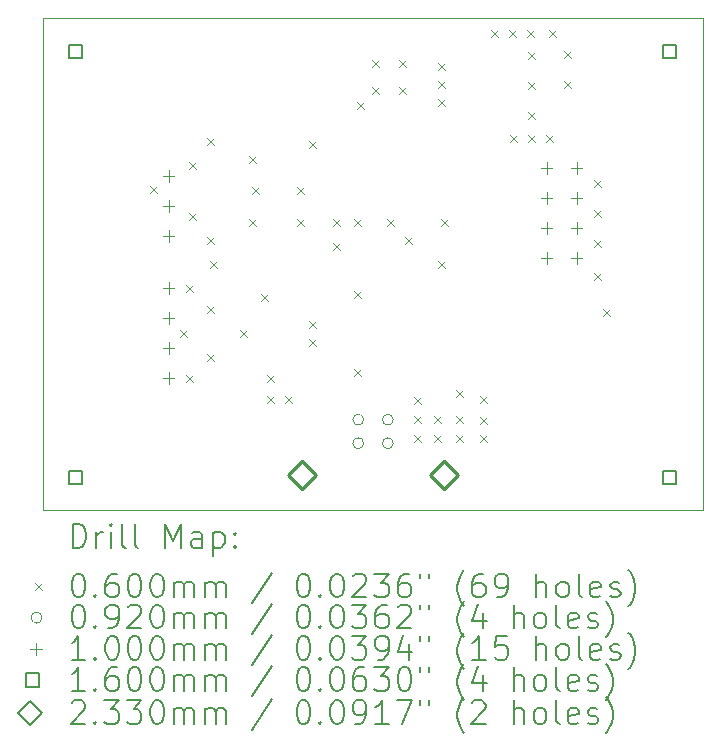
<source format=gbr>
%TF.GenerationSoftware,KiCad,Pcbnew,7.0.10*%
%TF.CreationDate,2024-03-12T12:38:01-06:00*%
%TF.ProjectId,ARXCarrierBoard,41525843-6172-4726-9965-72426f617264,rev?*%
%TF.SameCoordinates,Original*%
%TF.FileFunction,Drillmap*%
%TF.FilePolarity,Positive*%
%FSLAX45Y45*%
G04 Gerber Fmt 4.5, Leading zero omitted, Abs format (unit mm)*
G04 Created by KiCad (PCBNEW 7.0.10) date 2024-03-12 12:38:01*
%MOMM*%
%LPD*%
G01*
G04 APERTURE LIST*
%ADD10C,0.100000*%
%ADD11C,0.200000*%
%ADD12C,0.160000*%
%ADD13C,0.233000*%
G04 APERTURE END LIST*
D10*
X16789400Y-6350000D02*
X22377400Y-6350000D01*
X22377400Y-10515600D01*
X16789400Y-10515600D01*
X16789400Y-6350000D01*
D11*
D10*
X17699200Y-7767800D02*
X17759200Y-7827800D01*
X17759200Y-7767800D02*
X17699200Y-7827800D01*
X17953200Y-8987000D02*
X18013200Y-9047000D01*
X18013200Y-8987000D02*
X17953200Y-9047000D01*
X18004000Y-8606000D02*
X18064000Y-8666000D01*
X18064000Y-8606000D02*
X18004000Y-8666000D01*
X18004000Y-9368000D02*
X18064000Y-9428000D01*
X18064000Y-9368000D02*
X18004000Y-9428000D01*
X18029400Y-7564600D02*
X18089400Y-7624600D01*
X18089400Y-7564600D02*
X18029400Y-7624600D01*
X18029400Y-7996400D02*
X18089400Y-8056400D01*
X18089400Y-7996400D02*
X18029400Y-8056400D01*
X18181800Y-7361400D02*
X18241800Y-7421400D01*
X18241800Y-7361400D02*
X18181800Y-7421400D01*
X18181800Y-8199600D02*
X18241800Y-8259600D01*
X18241800Y-8199600D02*
X18181800Y-8259600D01*
X18181800Y-8783800D02*
X18241800Y-8843800D01*
X18241800Y-8783800D02*
X18181800Y-8843800D01*
X18181800Y-9190200D02*
X18241800Y-9250200D01*
X18241800Y-9190200D02*
X18181800Y-9250200D01*
X18207200Y-8402800D02*
X18267200Y-8462800D01*
X18267200Y-8402800D02*
X18207200Y-8462800D01*
X18461200Y-8987000D02*
X18521200Y-9047000D01*
X18521200Y-8987000D02*
X18461200Y-9047000D01*
X18537400Y-7513800D02*
X18597400Y-7573800D01*
X18597400Y-7513800D02*
X18537400Y-7573800D01*
X18537400Y-8047200D02*
X18597400Y-8107200D01*
X18597400Y-8047200D02*
X18537400Y-8107200D01*
X18562800Y-7780500D02*
X18622800Y-7840500D01*
X18622800Y-7780500D02*
X18562800Y-7840500D01*
X18639000Y-8682200D02*
X18699000Y-8742200D01*
X18699000Y-8682200D02*
X18639000Y-8742200D01*
X18689673Y-9368000D02*
X18749673Y-9428000D01*
X18749673Y-9368000D02*
X18689673Y-9428000D01*
X18689673Y-9545800D02*
X18749673Y-9605800D01*
X18749673Y-9545800D02*
X18689673Y-9605800D01*
X18842073Y-9545800D02*
X18902073Y-9605800D01*
X18902073Y-9545800D02*
X18842073Y-9605800D01*
X18943800Y-7780500D02*
X19003800Y-7840500D01*
X19003800Y-7780500D02*
X18943800Y-7840500D01*
X18943800Y-8047200D02*
X19003800Y-8107200D01*
X19003800Y-8047200D02*
X18943800Y-8107200D01*
X19045400Y-7386800D02*
X19105400Y-7446800D01*
X19105400Y-7386800D02*
X19045400Y-7446800D01*
X19045400Y-8910800D02*
X19105400Y-8970800D01*
X19105400Y-8910800D02*
X19045400Y-8970800D01*
X19045400Y-9063200D02*
X19105400Y-9123200D01*
X19105400Y-9063200D02*
X19045400Y-9123200D01*
X19248600Y-8047200D02*
X19308600Y-8107200D01*
X19308600Y-8047200D02*
X19248600Y-8107200D01*
X19248600Y-8250400D02*
X19308600Y-8310400D01*
X19308600Y-8250400D02*
X19248600Y-8310400D01*
X19426400Y-8047200D02*
X19486400Y-8107200D01*
X19486400Y-8047200D02*
X19426400Y-8107200D01*
X19426400Y-8656800D02*
X19486400Y-8716800D01*
X19486400Y-8656800D02*
X19426400Y-8716800D01*
X19426400Y-9317200D02*
X19486400Y-9377200D01*
X19486400Y-9317200D02*
X19426400Y-9377200D01*
X19451800Y-7056600D02*
X19511800Y-7116600D01*
X19511800Y-7056600D02*
X19451800Y-7116600D01*
X19578800Y-6701000D02*
X19638800Y-6761000D01*
X19638800Y-6701000D02*
X19578800Y-6761000D01*
X19578800Y-6929600D02*
X19638800Y-6989600D01*
X19638800Y-6929600D02*
X19578800Y-6989600D01*
X19705800Y-8047200D02*
X19765800Y-8107200D01*
X19765800Y-8047200D02*
X19705800Y-8107200D01*
X19807400Y-6701000D02*
X19867400Y-6761000D01*
X19867400Y-6701000D02*
X19807400Y-6761000D01*
X19807400Y-6929600D02*
X19867400Y-6989600D01*
X19867400Y-6929600D02*
X19807400Y-6989600D01*
X19858200Y-8199600D02*
X19918200Y-8259600D01*
X19918200Y-8199600D02*
X19858200Y-8259600D01*
X19936559Y-9558500D02*
X19996559Y-9618500D01*
X19996559Y-9558500D02*
X19936559Y-9618500D01*
X19936559Y-9717831D02*
X19996559Y-9777831D01*
X19996559Y-9717831D02*
X19936559Y-9777831D01*
X19936559Y-9876000D02*
X19996559Y-9936000D01*
X19996559Y-9876000D02*
X19936559Y-9936000D01*
X20105892Y-9717831D02*
X20165892Y-9777831D01*
X20165892Y-9717831D02*
X20105892Y-9777831D01*
X20105892Y-9876000D02*
X20165892Y-9936000D01*
X20165892Y-9876000D02*
X20105892Y-9936000D01*
X20137600Y-6726400D02*
X20197600Y-6786400D01*
X20197600Y-6726400D02*
X20137600Y-6786400D01*
X20137600Y-6878800D02*
X20197600Y-6938800D01*
X20197600Y-6878800D02*
X20137600Y-6938800D01*
X20137600Y-7031200D02*
X20197600Y-7091200D01*
X20197600Y-7031200D02*
X20137600Y-7091200D01*
X20137600Y-8402800D02*
X20197600Y-8462800D01*
X20197600Y-8402800D02*
X20137600Y-8462800D01*
X20163000Y-8047200D02*
X20223000Y-8107200D01*
X20223000Y-8047200D02*
X20163000Y-8107200D01*
X20290000Y-9495000D02*
X20350000Y-9555000D01*
X20350000Y-9495000D02*
X20290000Y-9555000D01*
X20290000Y-9717831D02*
X20350000Y-9777831D01*
X20350000Y-9717831D02*
X20290000Y-9777831D01*
X20290000Y-9876000D02*
X20350000Y-9936000D01*
X20350000Y-9876000D02*
X20290000Y-9936000D01*
X20493200Y-9545800D02*
X20553200Y-9605800D01*
X20553200Y-9545800D02*
X20493200Y-9605800D01*
X20493200Y-9723600D02*
X20553200Y-9783600D01*
X20553200Y-9723600D02*
X20493200Y-9783600D01*
X20493200Y-9876000D02*
X20553200Y-9936000D01*
X20553200Y-9876000D02*
X20493200Y-9936000D01*
X20588737Y-6445549D02*
X20648737Y-6505549D01*
X20648737Y-6445549D02*
X20588737Y-6505549D01*
X20741137Y-6445549D02*
X20801137Y-6505549D01*
X20801137Y-6445549D02*
X20741137Y-6505549D01*
X20743677Y-7336000D02*
X20803677Y-7396000D01*
X20803677Y-7336000D02*
X20743677Y-7396000D01*
X20893537Y-6445549D02*
X20953537Y-6505549D01*
X20953537Y-6445549D02*
X20893537Y-6505549D01*
X20896077Y-6636049D02*
X20956077Y-6696049D01*
X20956077Y-6636049D02*
X20896077Y-6696049D01*
X20896077Y-6890049D02*
X20956077Y-6950049D01*
X20956077Y-6890049D02*
X20896077Y-6950049D01*
X20896077Y-7144049D02*
X20956077Y-7204049D01*
X20956077Y-7144049D02*
X20896077Y-7204049D01*
X20896077Y-7336000D02*
X20956077Y-7396000D01*
X20956077Y-7336000D02*
X20896077Y-7396000D01*
X21052000Y-7336000D02*
X21112000Y-7396000D01*
X21112000Y-7336000D02*
X21052000Y-7396000D01*
X21077400Y-6447000D02*
X21137400Y-6507000D01*
X21137400Y-6447000D02*
X21077400Y-6507000D01*
X21204400Y-6624800D02*
X21264400Y-6684800D01*
X21264400Y-6624800D02*
X21204400Y-6684800D01*
X21204400Y-6878800D02*
X21264400Y-6938800D01*
X21264400Y-6878800D02*
X21204400Y-6938800D01*
X21458400Y-7717000D02*
X21518400Y-7777000D01*
X21518400Y-7717000D02*
X21458400Y-7777000D01*
X21458400Y-7971000D02*
X21518400Y-8031000D01*
X21518400Y-7971000D02*
X21458400Y-8031000D01*
X21458400Y-8225000D02*
X21518400Y-8285000D01*
X21518400Y-8225000D02*
X21458400Y-8285000D01*
X21458400Y-8504400D02*
X21518400Y-8564400D01*
X21518400Y-8504400D02*
X21458400Y-8564400D01*
X21534600Y-8809200D02*
X21594600Y-8869200D01*
X21594600Y-8809200D02*
X21534600Y-8869200D01*
X19508559Y-9747831D02*
G75*
G03*
X19416559Y-9747831I-46000J0D01*
G01*
X19416559Y-9747831D02*
G75*
G03*
X19508559Y-9747831I46000J0D01*
G01*
X19508559Y-9947831D02*
G75*
G03*
X19416559Y-9947831I-46000J0D01*
G01*
X19416559Y-9947831D02*
G75*
G03*
X19508559Y-9947831I46000J0D01*
G01*
X19758559Y-9747831D02*
G75*
G03*
X19666559Y-9747831I-46000J0D01*
G01*
X19666559Y-9747831D02*
G75*
G03*
X19758559Y-9747831I46000J0D01*
G01*
X19758559Y-9947831D02*
G75*
G03*
X19666559Y-9947831I-46000J0D01*
G01*
X19666559Y-9947831D02*
G75*
G03*
X19758559Y-9947831I46000J0D01*
G01*
X17856327Y-7632049D02*
X17856327Y-7732049D01*
X17806327Y-7682049D02*
X17906327Y-7682049D01*
X17856327Y-7886049D02*
X17856327Y-7986049D01*
X17806327Y-7936049D02*
X17906327Y-7936049D01*
X17856327Y-8140049D02*
X17856327Y-8240049D01*
X17806327Y-8190049D02*
X17906327Y-8190049D01*
X17856327Y-8586000D02*
X17856327Y-8686000D01*
X17806327Y-8636000D02*
X17906327Y-8636000D01*
X17856327Y-8840000D02*
X17856327Y-8940000D01*
X17806327Y-8890000D02*
X17906327Y-8890000D01*
X17856327Y-9094000D02*
X17856327Y-9194000D01*
X17806327Y-9144000D02*
X17906327Y-9144000D01*
X17856327Y-9348000D02*
X17856327Y-9448000D01*
X17806327Y-9398000D02*
X17906327Y-9398000D01*
X21056600Y-7570000D02*
X21056600Y-7670000D01*
X21006600Y-7620000D02*
X21106600Y-7620000D01*
X21056600Y-7824000D02*
X21056600Y-7924000D01*
X21006600Y-7874000D02*
X21106600Y-7874000D01*
X21056600Y-8078000D02*
X21056600Y-8178000D01*
X21006600Y-8128000D02*
X21106600Y-8128000D01*
X21056600Y-8332000D02*
X21056600Y-8432000D01*
X21006600Y-8382000D02*
X21106600Y-8382000D01*
X21310600Y-7570000D02*
X21310600Y-7670000D01*
X21260600Y-7620000D02*
X21360600Y-7620000D01*
X21310600Y-7824000D02*
X21310600Y-7924000D01*
X21260600Y-7874000D02*
X21360600Y-7874000D01*
X21310600Y-8078000D02*
X21310600Y-8178000D01*
X21260600Y-8128000D02*
X21360600Y-8128000D01*
X21310600Y-8332000D02*
X21310600Y-8432000D01*
X21260600Y-8382000D02*
X21360600Y-8382000D01*
D12*
X17125369Y-6685969D02*
X17125369Y-6572831D01*
X17012231Y-6572831D01*
X17012231Y-6685969D01*
X17125369Y-6685969D01*
X17125369Y-10292769D02*
X17125369Y-10179631D01*
X17012231Y-10179631D01*
X17012231Y-10292769D01*
X17125369Y-10292769D01*
X22154569Y-6685969D02*
X22154569Y-6572831D01*
X22041431Y-6572831D01*
X22041431Y-6685969D01*
X22154569Y-6685969D01*
X22154569Y-10292769D02*
X22154569Y-10179631D01*
X22041431Y-10179631D01*
X22041431Y-10292769D01*
X22154569Y-10292769D01*
D13*
X18985559Y-10335331D02*
X19102059Y-10218831D01*
X18985559Y-10102331D01*
X18869059Y-10218831D01*
X18985559Y-10335331D01*
X20189559Y-10335331D02*
X20306059Y-10218831D01*
X20189559Y-10102331D01*
X20073059Y-10218831D01*
X20189559Y-10335331D01*
D11*
X17045177Y-10832084D02*
X17045177Y-10632084D01*
X17045177Y-10632084D02*
X17092796Y-10632084D01*
X17092796Y-10632084D02*
X17121367Y-10641608D01*
X17121367Y-10641608D02*
X17140415Y-10660655D01*
X17140415Y-10660655D02*
X17149939Y-10679703D01*
X17149939Y-10679703D02*
X17159463Y-10717798D01*
X17159463Y-10717798D02*
X17159463Y-10746370D01*
X17159463Y-10746370D02*
X17149939Y-10784465D01*
X17149939Y-10784465D02*
X17140415Y-10803512D01*
X17140415Y-10803512D02*
X17121367Y-10822560D01*
X17121367Y-10822560D02*
X17092796Y-10832084D01*
X17092796Y-10832084D02*
X17045177Y-10832084D01*
X17245177Y-10832084D02*
X17245177Y-10698750D01*
X17245177Y-10736846D02*
X17254701Y-10717798D01*
X17254701Y-10717798D02*
X17264224Y-10708274D01*
X17264224Y-10708274D02*
X17283272Y-10698750D01*
X17283272Y-10698750D02*
X17302320Y-10698750D01*
X17368986Y-10832084D02*
X17368986Y-10698750D01*
X17368986Y-10632084D02*
X17359463Y-10641608D01*
X17359463Y-10641608D02*
X17368986Y-10651131D01*
X17368986Y-10651131D02*
X17378510Y-10641608D01*
X17378510Y-10641608D02*
X17368986Y-10632084D01*
X17368986Y-10632084D02*
X17368986Y-10651131D01*
X17492796Y-10832084D02*
X17473748Y-10822560D01*
X17473748Y-10822560D02*
X17464224Y-10803512D01*
X17464224Y-10803512D02*
X17464224Y-10632084D01*
X17597558Y-10832084D02*
X17578510Y-10822560D01*
X17578510Y-10822560D02*
X17568986Y-10803512D01*
X17568986Y-10803512D02*
X17568986Y-10632084D01*
X17826129Y-10832084D02*
X17826129Y-10632084D01*
X17826129Y-10632084D02*
X17892796Y-10774941D01*
X17892796Y-10774941D02*
X17959463Y-10632084D01*
X17959463Y-10632084D02*
X17959463Y-10832084D01*
X18140415Y-10832084D02*
X18140415Y-10727322D01*
X18140415Y-10727322D02*
X18130891Y-10708274D01*
X18130891Y-10708274D02*
X18111844Y-10698750D01*
X18111844Y-10698750D02*
X18073748Y-10698750D01*
X18073748Y-10698750D02*
X18054701Y-10708274D01*
X18140415Y-10822560D02*
X18121367Y-10832084D01*
X18121367Y-10832084D02*
X18073748Y-10832084D01*
X18073748Y-10832084D02*
X18054701Y-10822560D01*
X18054701Y-10822560D02*
X18045177Y-10803512D01*
X18045177Y-10803512D02*
X18045177Y-10784465D01*
X18045177Y-10784465D02*
X18054701Y-10765417D01*
X18054701Y-10765417D02*
X18073748Y-10755893D01*
X18073748Y-10755893D02*
X18121367Y-10755893D01*
X18121367Y-10755893D02*
X18140415Y-10746370D01*
X18235653Y-10698750D02*
X18235653Y-10898750D01*
X18235653Y-10708274D02*
X18254701Y-10698750D01*
X18254701Y-10698750D02*
X18292796Y-10698750D01*
X18292796Y-10698750D02*
X18311844Y-10708274D01*
X18311844Y-10708274D02*
X18321367Y-10717798D01*
X18321367Y-10717798D02*
X18330891Y-10736846D01*
X18330891Y-10736846D02*
X18330891Y-10793989D01*
X18330891Y-10793989D02*
X18321367Y-10813036D01*
X18321367Y-10813036D02*
X18311844Y-10822560D01*
X18311844Y-10822560D02*
X18292796Y-10832084D01*
X18292796Y-10832084D02*
X18254701Y-10832084D01*
X18254701Y-10832084D02*
X18235653Y-10822560D01*
X18416605Y-10813036D02*
X18426129Y-10822560D01*
X18426129Y-10822560D02*
X18416605Y-10832084D01*
X18416605Y-10832084D02*
X18407082Y-10822560D01*
X18407082Y-10822560D02*
X18416605Y-10813036D01*
X18416605Y-10813036D02*
X18416605Y-10832084D01*
X18416605Y-10708274D02*
X18426129Y-10717798D01*
X18426129Y-10717798D02*
X18416605Y-10727322D01*
X18416605Y-10727322D02*
X18407082Y-10717798D01*
X18407082Y-10717798D02*
X18416605Y-10708274D01*
X18416605Y-10708274D02*
X18416605Y-10727322D01*
D10*
X16724400Y-11130600D02*
X16784400Y-11190600D01*
X16784400Y-11130600D02*
X16724400Y-11190600D01*
D11*
X17083272Y-11052084D02*
X17102320Y-11052084D01*
X17102320Y-11052084D02*
X17121367Y-11061608D01*
X17121367Y-11061608D02*
X17130891Y-11071131D01*
X17130891Y-11071131D02*
X17140415Y-11090179D01*
X17140415Y-11090179D02*
X17149939Y-11128274D01*
X17149939Y-11128274D02*
X17149939Y-11175893D01*
X17149939Y-11175893D02*
X17140415Y-11213988D01*
X17140415Y-11213988D02*
X17130891Y-11233036D01*
X17130891Y-11233036D02*
X17121367Y-11242560D01*
X17121367Y-11242560D02*
X17102320Y-11252084D01*
X17102320Y-11252084D02*
X17083272Y-11252084D01*
X17083272Y-11252084D02*
X17064224Y-11242560D01*
X17064224Y-11242560D02*
X17054701Y-11233036D01*
X17054701Y-11233036D02*
X17045177Y-11213988D01*
X17045177Y-11213988D02*
X17035653Y-11175893D01*
X17035653Y-11175893D02*
X17035653Y-11128274D01*
X17035653Y-11128274D02*
X17045177Y-11090179D01*
X17045177Y-11090179D02*
X17054701Y-11071131D01*
X17054701Y-11071131D02*
X17064224Y-11061608D01*
X17064224Y-11061608D02*
X17083272Y-11052084D01*
X17235653Y-11233036D02*
X17245177Y-11242560D01*
X17245177Y-11242560D02*
X17235653Y-11252084D01*
X17235653Y-11252084D02*
X17226129Y-11242560D01*
X17226129Y-11242560D02*
X17235653Y-11233036D01*
X17235653Y-11233036D02*
X17235653Y-11252084D01*
X17416605Y-11052084D02*
X17378510Y-11052084D01*
X17378510Y-11052084D02*
X17359463Y-11061608D01*
X17359463Y-11061608D02*
X17349939Y-11071131D01*
X17349939Y-11071131D02*
X17330891Y-11099703D01*
X17330891Y-11099703D02*
X17321367Y-11137798D01*
X17321367Y-11137798D02*
X17321367Y-11213988D01*
X17321367Y-11213988D02*
X17330891Y-11233036D01*
X17330891Y-11233036D02*
X17340415Y-11242560D01*
X17340415Y-11242560D02*
X17359463Y-11252084D01*
X17359463Y-11252084D02*
X17397558Y-11252084D01*
X17397558Y-11252084D02*
X17416605Y-11242560D01*
X17416605Y-11242560D02*
X17426129Y-11233036D01*
X17426129Y-11233036D02*
X17435653Y-11213988D01*
X17435653Y-11213988D02*
X17435653Y-11166370D01*
X17435653Y-11166370D02*
X17426129Y-11147322D01*
X17426129Y-11147322D02*
X17416605Y-11137798D01*
X17416605Y-11137798D02*
X17397558Y-11128274D01*
X17397558Y-11128274D02*
X17359463Y-11128274D01*
X17359463Y-11128274D02*
X17340415Y-11137798D01*
X17340415Y-11137798D02*
X17330891Y-11147322D01*
X17330891Y-11147322D02*
X17321367Y-11166370D01*
X17559463Y-11052084D02*
X17578510Y-11052084D01*
X17578510Y-11052084D02*
X17597558Y-11061608D01*
X17597558Y-11061608D02*
X17607082Y-11071131D01*
X17607082Y-11071131D02*
X17616605Y-11090179D01*
X17616605Y-11090179D02*
X17626129Y-11128274D01*
X17626129Y-11128274D02*
X17626129Y-11175893D01*
X17626129Y-11175893D02*
X17616605Y-11213988D01*
X17616605Y-11213988D02*
X17607082Y-11233036D01*
X17607082Y-11233036D02*
X17597558Y-11242560D01*
X17597558Y-11242560D02*
X17578510Y-11252084D01*
X17578510Y-11252084D02*
X17559463Y-11252084D01*
X17559463Y-11252084D02*
X17540415Y-11242560D01*
X17540415Y-11242560D02*
X17530891Y-11233036D01*
X17530891Y-11233036D02*
X17521367Y-11213988D01*
X17521367Y-11213988D02*
X17511844Y-11175893D01*
X17511844Y-11175893D02*
X17511844Y-11128274D01*
X17511844Y-11128274D02*
X17521367Y-11090179D01*
X17521367Y-11090179D02*
X17530891Y-11071131D01*
X17530891Y-11071131D02*
X17540415Y-11061608D01*
X17540415Y-11061608D02*
X17559463Y-11052084D01*
X17749939Y-11052084D02*
X17768986Y-11052084D01*
X17768986Y-11052084D02*
X17788034Y-11061608D01*
X17788034Y-11061608D02*
X17797558Y-11071131D01*
X17797558Y-11071131D02*
X17807082Y-11090179D01*
X17807082Y-11090179D02*
X17816605Y-11128274D01*
X17816605Y-11128274D02*
X17816605Y-11175893D01*
X17816605Y-11175893D02*
X17807082Y-11213988D01*
X17807082Y-11213988D02*
X17797558Y-11233036D01*
X17797558Y-11233036D02*
X17788034Y-11242560D01*
X17788034Y-11242560D02*
X17768986Y-11252084D01*
X17768986Y-11252084D02*
X17749939Y-11252084D01*
X17749939Y-11252084D02*
X17730891Y-11242560D01*
X17730891Y-11242560D02*
X17721367Y-11233036D01*
X17721367Y-11233036D02*
X17711844Y-11213988D01*
X17711844Y-11213988D02*
X17702320Y-11175893D01*
X17702320Y-11175893D02*
X17702320Y-11128274D01*
X17702320Y-11128274D02*
X17711844Y-11090179D01*
X17711844Y-11090179D02*
X17721367Y-11071131D01*
X17721367Y-11071131D02*
X17730891Y-11061608D01*
X17730891Y-11061608D02*
X17749939Y-11052084D01*
X17902320Y-11252084D02*
X17902320Y-11118750D01*
X17902320Y-11137798D02*
X17911844Y-11128274D01*
X17911844Y-11128274D02*
X17930891Y-11118750D01*
X17930891Y-11118750D02*
X17959463Y-11118750D01*
X17959463Y-11118750D02*
X17978510Y-11128274D01*
X17978510Y-11128274D02*
X17988034Y-11147322D01*
X17988034Y-11147322D02*
X17988034Y-11252084D01*
X17988034Y-11147322D02*
X17997558Y-11128274D01*
X17997558Y-11128274D02*
X18016605Y-11118750D01*
X18016605Y-11118750D02*
X18045177Y-11118750D01*
X18045177Y-11118750D02*
X18064225Y-11128274D01*
X18064225Y-11128274D02*
X18073748Y-11147322D01*
X18073748Y-11147322D02*
X18073748Y-11252084D01*
X18168986Y-11252084D02*
X18168986Y-11118750D01*
X18168986Y-11137798D02*
X18178510Y-11128274D01*
X18178510Y-11128274D02*
X18197558Y-11118750D01*
X18197558Y-11118750D02*
X18226129Y-11118750D01*
X18226129Y-11118750D02*
X18245177Y-11128274D01*
X18245177Y-11128274D02*
X18254701Y-11147322D01*
X18254701Y-11147322D02*
X18254701Y-11252084D01*
X18254701Y-11147322D02*
X18264225Y-11128274D01*
X18264225Y-11128274D02*
X18283272Y-11118750D01*
X18283272Y-11118750D02*
X18311844Y-11118750D01*
X18311844Y-11118750D02*
X18330891Y-11128274D01*
X18330891Y-11128274D02*
X18340415Y-11147322D01*
X18340415Y-11147322D02*
X18340415Y-11252084D01*
X18730891Y-11042560D02*
X18559463Y-11299703D01*
X18988034Y-11052084D02*
X19007082Y-11052084D01*
X19007082Y-11052084D02*
X19026129Y-11061608D01*
X19026129Y-11061608D02*
X19035653Y-11071131D01*
X19035653Y-11071131D02*
X19045177Y-11090179D01*
X19045177Y-11090179D02*
X19054701Y-11128274D01*
X19054701Y-11128274D02*
X19054701Y-11175893D01*
X19054701Y-11175893D02*
X19045177Y-11213988D01*
X19045177Y-11213988D02*
X19035653Y-11233036D01*
X19035653Y-11233036D02*
X19026129Y-11242560D01*
X19026129Y-11242560D02*
X19007082Y-11252084D01*
X19007082Y-11252084D02*
X18988034Y-11252084D01*
X18988034Y-11252084D02*
X18968987Y-11242560D01*
X18968987Y-11242560D02*
X18959463Y-11233036D01*
X18959463Y-11233036D02*
X18949939Y-11213988D01*
X18949939Y-11213988D02*
X18940415Y-11175893D01*
X18940415Y-11175893D02*
X18940415Y-11128274D01*
X18940415Y-11128274D02*
X18949939Y-11090179D01*
X18949939Y-11090179D02*
X18959463Y-11071131D01*
X18959463Y-11071131D02*
X18968987Y-11061608D01*
X18968987Y-11061608D02*
X18988034Y-11052084D01*
X19140415Y-11233036D02*
X19149939Y-11242560D01*
X19149939Y-11242560D02*
X19140415Y-11252084D01*
X19140415Y-11252084D02*
X19130891Y-11242560D01*
X19130891Y-11242560D02*
X19140415Y-11233036D01*
X19140415Y-11233036D02*
X19140415Y-11252084D01*
X19273748Y-11052084D02*
X19292796Y-11052084D01*
X19292796Y-11052084D02*
X19311844Y-11061608D01*
X19311844Y-11061608D02*
X19321368Y-11071131D01*
X19321368Y-11071131D02*
X19330891Y-11090179D01*
X19330891Y-11090179D02*
X19340415Y-11128274D01*
X19340415Y-11128274D02*
X19340415Y-11175893D01*
X19340415Y-11175893D02*
X19330891Y-11213988D01*
X19330891Y-11213988D02*
X19321368Y-11233036D01*
X19321368Y-11233036D02*
X19311844Y-11242560D01*
X19311844Y-11242560D02*
X19292796Y-11252084D01*
X19292796Y-11252084D02*
X19273748Y-11252084D01*
X19273748Y-11252084D02*
X19254701Y-11242560D01*
X19254701Y-11242560D02*
X19245177Y-11233036D01*
X19245177Y-11233036D02*
X19235653Y-11213988D01*
X19235653Y-11213988D02*
X19226129Y-11175893D01*
X19226129Y-11175893D02*
X19226129Y-11128274D01*
X19226129Y-11128274D02*
X19235653Y-11090179D01*
X19235653Y-11090179D02*
X19245177Y-11071131D01*
X19245177Y-11071131D02*
X19254701Y-11061608D01*
X19254701Y-11061608D02*
X19273748Y-11052084D01*
X19416606Y-11071131D02*
X19426129Y-11061608D01*
X19426129Y-11061608D02*
X19445177Y-11052084D01*
X19445177Y-11052084D02*
X19492796Y-11052084D01*
X19492796Y-11052084D02*
X19511844Y-11061608D01*
X19511844Y-11061608D02*
X19521368Y-11071131D01*
X19521368Y-11071131D02*
X19530891Y-11090179D01*
X19530891Y-11090179D02*
X19530891Y-11109227D01*
X19530891Y-11109227D02*
X19521368Y-11137798D01*
X19521368Y-11137798D02*
X19407082Y-11252084D01*
X19407082Y-11252084D02*
X19530891Y-11252084D01*
X19597558Y-11052084D02*
X19721368Y-11052084D01*
X19721368Y-11052084D02*
X19654701Y-11128274D01*
X19654701Y-11128274D02*
X19683272Y-11128274D01*
X19683272Y-11128274D02*
X19702320Y-11137798D01*
X19702320Y-11137798D02*
X19711844Y-11147322D01*
X19711844Y-11147322D02*
X19721368Y-11166370D01*
X19721368Y-11166370D02*
X19721368Y-11213988D01*
X19721368Y-11213988D02*
X19711844Y-11233036D01*
X19711844Y-11233036D02*
X19702320Y-11242560D01*
X19702320Y-11242560D02*
X19683272Y-11252084D01*
X19683272Y-11252084D02*
X19626129Y-11252084D01*
X19626129Y-11252084D02*
X19607082Y-11242560D01*
X19607082Y-11242560D02*
X19597558Y-11233036D01*
X19892796Y-11052084D02*
X19854701Y-11052084D01*
X19854701Y-11052084D02*
X19835653Y-11061608D01*
X19835653Y-11061608D02*
X19826129Y-11071131D01*
X19826129Y-11071131D02*
X19807082Y-11099703D01*
X19807082Y-11099703D02*
X19797558Y-11137798D01*
X19797558Y-11137798D02*
X19797558Y-11213988D01*
X19797558Y-11213988D02*
X19807082Y-11233036D01*
X19807082Y-11233036D02*
X19816606Y-11242560D01*
X19816606Y-11242560D02*
X19835653Y-11252084D01*
X19835653Y-11252084D02*
X19873749Y-11252084D01*
X19873749Y-11252084D02*
X19892796Y-11242560D01*
X19892796Y-11242560D02*
X19902320Y-11233036D01*
X19902320Y-11233036D02*
X19911844Y-11213988D01*
X19911844Y-11213988D02*
X19911844Y-11166370D01*
X19911844Y-11166370D02*
X19902320Y-11147322D01*
X19902320Y-11147322D02*
X19892796Y-11137798D01*
X19892796Y-11137798D02*
X19873749Y-11128274D01*
X19873749Y-11128274D02*
X19835653Y-11128274D01*
X19835653Y-11128274D02*
X19816606Y-11137798D01*
X19816606Y-11137798D02*
X19807082Y-11147322D01*
X19807082Y-11147322D02*
X19797558Y-11166370D01*
X19988034Y-11052084D02*
X19988034Y-11090179D01*
X20064225Y-11052084D02*
X20064225Y-11090179D01*
X20359463Y-11328274D02*
X20349939Y-11318750D01*
X20349939Y-11318750D02*
X20330891Y-11290179D01*
X20330891Y-11290179D02*
X20321368Y-11271131D01*
X20321368Y-11271131D02*
X20311844Y-11242560D01*
X20311844Y-11242560D02*
X20302320Y-11194941D01*
X20302320Y-11194941D02*
X20302320Y-11156846D01*
X20302320Y-11156846D02*
X20311844Y-11109227D01*
X20311844Y-11109227D02*
X20321368Y-11080655D01*
X20321368Y-11080655D02*
X20330891Y-11061608D01*
X20330891Y-11061608D02*
X20349939Y-11033036D01*
X20349939Y-11033036D02*
X20359463Y-11023512D01*
X20521368Y-11052084D02*
X20483272Y-11052084D01*
X20483272Y-11052084D02*
X20464225Y-11061608D01*
X20464225Y-11061608D02*
X20454701Y-11071131D01*
X20454701Y-11071131D02*
X20435653Y-11099703D01*
X20435653Y-11099703D02*
X20426130Y-11137798D01*
X20426130Y-11137798D02*
X20426130Y-11213988D01*
X20426130Y-11213988D02*
X20435653Y-11233036D01*
X20435653Y-11233036D02*
X20445177Y-11242560D01*
X20445177Y-11242560D02*
X20464225Y-11252084D01*
X20464225Y-11252084D02*
X20502320Y-11252084D01*
X20502320Y-11252084D02*
X20521368Y-11242560D01*
X20521368Y-11242560D02*
X20530891Y-11233036D01*
X20530891Y-11233036D02*
X20540415Y-11213988D01*
X20540415Y-11213988D02*
X20540415Y-11166370D01*
X20540415Y-11166370D02*
X20530891Y-11147322D01*
X20530891Y-11147322D02*
X20521368Y-11137798D01*
X20521368Y-11137798D02*
X20502320Y-11128274D01*
X20502320Y-11128274D02*
X20464225Y-11128274D01*
X20464225Y-11128274D02*
X20445177Y-11137798D01*
X20445177Y-11137798D02*
X20435653Y-11147322D01*
X20435653Y-11147322D02*
X20426130Y-11166370D01*
X20635653Y-11252084D02*
X20673749Y-11252084D01*
X20673749Y-11252084D02*
X20692796Y-11242560D01*
X20692796Y-11242560D02*
X20702320Y-11233036D01*
X20702320Y-11233036D02*
X20721368Y-11204465D01*
X20721368Y-11204465D02*
X20730891Y-11166370D01*
X20730891Y-11166370D02*
X20730891Y-11090179D01*
X20730891Y-11090179D02*
X20721368Y-11071131D01*
X20721368Y-11071131D02*
X20711844Y-11061608D01*
X20711844Y-11061608D02*
X20692796Y-11052084D01*
X20692796Y-11052084D02*
X20654701Y-11052084D01*
X20654701Y-11052084D02*
X20635653Y-11061608D01*
X20635653Y-11061608D02*
X20626130Y-11071131D01*
X20626130Y-11071131D02*
X20616606Y-11090179D01*
X20616606Y-11090179D02*
X20616606Y-11137798D01*
X20616606Y-11137798D02*
X20626130Y-11156846D01*
X20626130Y-11156846D02*
X20635653Y-11166370D01*
X20635653Y-11166370D02*
X20654701Y-11175893D01*
X20654701Y-11175893D02*
X20692796Y-11175893D01*
X20692796Y-11175893D02*
X20711844Y-11166370D01*
X20711844Y-11166370D02*
X20721368Y-11156846D01*
X20721368Y-11156846D02*
X20730891Y-11137798D01*
X20968987Y-11252084D02*
X20968987Y-11052084D01*
X21054701Y-11252084D02*
X21054701Y-11147322D01*
X21054701Y-11147322D02*
X21045177Y-11128274D01*
X21045177Y-11128274D02*
X21026130Y-11118750D01*
X21026130Y-11118750D02*
X20997558Y-11118750D01*
X20997558Y-11118750D02*
X20978511Y-11128274D01*
X20978511Y-11128274D02*
X20968987Y-11137798D01*
X21178511Y-11252084D02*
X21159463Y-11242560D01*
X21159463Y-11242560D02*
X21149939Y-11233036D01*
X21149939Y-11233036D02*
X21140415Y-11213988D01*
X21140415Y-11213988D02*
X21140415Y-11156846D01*
X21140415Y-11156846D02*
X21149939Y-11137798D01*
X21149939Y-11137798D02*
X21159463Y-11128274D01*
X21159463Y-11128274D02*
X21178511Y-11118750D01*
X21178511Y-11118750D02*
X21207082Y-11118750D01*
X21207082Y-11118750D02*
X21226130Y-11128274D01*
X21226130Y-11128274D02*
X21235653Y-11137798D01*
X21235653Y-11137798D02*
X21245177Y-11156846D01*
X21245177Y-11156846D02*
X21245177Y-11213988D01*
X21245177Y-11213988D02*
X21235653Y-11233036D01*
X21235653Y-11233036D02*
X21226130Y-11242560D01*
X21226130Y-11242560D02*
X21207082Y-11252084D01*
X21207082Y-11252084D02*
X21178511Y-11252084D01*
X21359463Y-11252084D02*
X21340415Y-11242560D01*
X21340415Y-11242560D02*
X21330892Y-11223512D01*
X21330892Y-11223512D02*
X21330892Y-11052084D01*
X21511844Y-11242560D02*
X21492796Y-11252084D01*
X21492796Y-11252084D02*
X21454701Y-11252084D01*
X21454701Y-11252084D02*
X21435653Y-11242560D01*
X21435653Y-11242560D02*
X21426130Y-11223512D01*
X21426130Y-11223512D02*
X21426130Y-11147322D01*
X21426130Y-11147322D02*
X21435653Y-11128274D01*
X21435653Y-11128274D02*
X21454701Y-11118750D01*
X21454701Y-11118750D02*
X21492796Y-11118750D01*
X21492796Y-11118750D02*
X21511844Y-11128274D01*
X21511844Y-11128274D02*
X21521368Y-11147322D01*
X21521368Y-11147322D02*
X21521368Y-11166370D01*
X21521368Y-11166370D02*
X21426130Y-11185417D01*
X21597558Y-11242560D02*
X21616606Y-11252084D01*
X21616606Y-11252084D02*
X21654701Y-11252084D01*
X21654701Y-11252084D02*
X21673749Y-11242560D01*
X21673749Y-11242560D02*
X21683273Y-11223512D01*
X21683273Y-11223512D02*
X21683273Y-11213988D01*
X21683273Y-11213988D02*
X21673749Y-11194941D01*
X21673749Y-11194941D02*
X21654701Y-11185417D01*
X21654701Y-11185417D02*
X21626130Y-11185417D01*
X21626130Y-11185417D02*
X21607082Y-11175893D01*
X21607082Y-11175893D02*
X21597558Y-11156846D01*
X21597558Y-11156846D02*
X21597558Y-11147322D01*
X21597558Y-11147322D02*
X21607082Y-11128274D01*
X21607082Y-11128274D02*
X21626130Y-11118750D01*
X21626130Y-11118750D02*
X21654701Y-11118750D01*
X21654701Y-11118750D02*
X21673749Y-11128274D01*
X21749939Y-11328274D02*
X21759463Y-11318750D01*
X21759463Y-11318750D02*
X21778511Y-11290179D01*
X21778511Y-11290179D02*
X21788034Y-11271131D01*
X21788034Y-11271131D02*
X21797558Y-11242560D01*
X21797558Y-11242560D02*
X21807082Y-11194941D01*
X21807082Y-11194941D02*
X21807082Y-11156846D01*
X21807082Y-11156846D02*
X21797558Y-11109227D01*
X21797558Y-11109227D02*
X21788034Y-11080655D01*
X21788034Y-11080655D02*
X21778511Y-11061608D01*
X21778511Y-11061608D02*
X21759463Y-11033036D01*
X21759463Y-11033036D02*
X21749939Y-11023512D01*
D10*
X16784400Y-11424600D02*
G75*
G03*
X16692400Y-11424600I-46000J0D01*
G01*
X16692400Y-11424600D02*
G75*
G03*
X16784400Y-11424600I46000J0D01*
G01*
D11*
X17083272Y-11316084D02*
X17102320Y-11316084D01*
X17102320Y-11316084D02*
X17121367Y-11325608D01*
X17121367Y-11325608D02*
X17130891Y-11335131D01*
X17130891Y-11335131D02*
X17140415Y-11354179D01*
X17140415Y-11354179D02*
X17149939Y-11392274D01*
X17149939Y-11392274D02*
X17149939Y-11439893D01*
X17149939Y-11439893D02*
X17140415Y-11477988D01*
X17140415Y-11477988D02*
X17130891Y-11497036D01*
X17130891Y-11497036D02*
X17121367Y-11506560D01*
X17121367Y-11506560D02*
X17102320Y-11516084D01*
X17102320Y-11516084D02*
X17083272Y-11516084D01*
X17083272Y-11516084D02*
X17064224Y-11506560D01*
X17064224Y-11506560D02*
X17054701Y-11497036D01*
X17054701Y-11497036D02*
X17045177Y-11477988D01*
X17045177Y-11477988D02*
X17035653Y-11439893D01*
X17035653Y-11439893D02*
X17035653Y-11392274D01*
X17035653Y-11392274D02*
X17045177Y-11354179D01*
X17045177Y-11354179D02*
X17054701Y-11335131D01*
X17054701Y-11335131D02*
X17064224Y-11325608D01*
X17064224Y-11325608D02*
X17083272Y-11316084D01*
X17235653Y-11497036D02*
X17245177Y-11506560D01*
X17245177Y-11506560D02*
X17235653Y-11516084D01*
X17235653Y-11516084D02*
X17226129Y-11506560D01*
X17226129Y-11506560D02*
X17235653Y-11497036D01*
X17235653Y-11497036D02*
X17235653Y-11516084D01*
X17340415Y-11516084D02*
X17378510Y-11516084D01*
X17378510Y-11516084D02*
X17397558Y-11506560D01*
X17397558Y-11506560D02*
X17407082Y-11497036D01*
X17407082Y-11497036D02*
X17426129Y-11468465D01*
X17426129Y-11468465D02*
X17435653Y-11430369D01*
X17435653Y-11430369D02*
X17435653Y-11354179D01*
X17435653Y-11354179D02*
X17426129Y-11335131D01*
X17426129Y-11335131D02*
X17416605Y-11325608D01*
X17416605Y-11325608D02*
X17397558Y-11316084D01*
X17397558Y-11316084D02*
X17359463Y-11316084D01*
X17359463Y-11316084D02*
X17340415Y-11325608D01*
X17340415Y-11325608D02*
X17330891Y-11335131D01*
X17330891Y-11335131D02*
X17321367Y-11354179D01*
X17321367Y-11354179D02*
X17321367Y-11401798D01*
X17321367Y-11401798D02*
X17330891Y-11420846D01*
X17330891Y-11420846D02*
X17340415Y-11430369D01*
X17340415Y-11430369D02*
X17359463Y-11439893D01*
X17359463Y-11439893D02*
X17397558Y-11439893D01*
X17397558Y-11439893D02*
X17416605Y-11430369D01*
X17416605Y-11430369D02*
X17426129Y-11420846D01*
X17426129Y-11420846D02*
X17435653Y-11401798D01*
X17511844Y-11335131D02*
X17521367Y-11325608D01*
X17521367Y-11325608D02*
X17540415Y-11316084D01*
X17540415Y-11316084D02*
X17588034Y-11316084D01*
X17588034Y-11316084D02*
X17607082Y-11325608D01*
X17607082Y-11325608D02*
X17616605Y-11335131D01*
X17616605Y-11335131D02*
X17626129Y-11354179D01*
X17626129Y-11354179D02*
X17626129Y-11373227D01*
X17626129Y-11373227D02*
X17616605Y-11401798D01*
X17616605Y-11401798D02*
X17502320Y-11516084D01*
X17502320Y-11516084D02*
X17626129Y-11516084D01*
X17749939Y-11316084D02*
X17768986Y-11316084D01*
X17768986Y-11316084D02*
X17788034Y-11325608D01*
X17788034Y-11325608D02*
X17797558Y-11335131D01*
X17797558Y-11335131D02*
X17807082Y-11354179D01*
X17807082Y-11354179D02*
X17816605Y-11392274D01*
X17816605Y-11392274D02*
X17816605Y-11439893D01*
X17816605Y-11439893D02*
X17807082Y-11477988D01*
X17807082Y-11477988D02*
X17797558Y-11497036D01*
X17797558Y-11497036D02*
X17788034Y-11506560D01*
X17788034Y-11506560D02*
X17768986Y-11516084D01*
X17768986Y-11516084D02*
X17749939Y-11516084D01*
X17749939Y-11516084D02*
X17730891Y-11506560D01*
X17730891Y-11506560D02*
X17721367Y-11497036D01*
X17721367Y-11497036D02*
X17711844Y-11477988D01*
X17711844Y-11477988D02*
X17702320Y-11439893D01*
X17702320Y-11439893D02*
X17702320Y-11392274D01*
X17702320Y-11392274D02*
X17711844Y-11354179D01*
X17711844Y-11354179D02*
X17721367Y-11335131D01*
X17721367Y-11335131D02*
X17730891Y-11325608D01*
X17730891Y-11325608D02*
X17749939Y-11316084D01*
X17902320Y-11516084D02*
X17902320Y-11382750D01*
X17902320Y-11401798D02*
X17911844Y-11392274D01*
X17911844Y-11392274D02*
X17930891Y-11382750D01*
X17930891Y-11382750D02*
X17959463Y-11382750D01*
X17959463Y-11382750D02*
X17978510Y-11392274D01*
X17978510Y-11392274D02*
X17988034Y-11411322D01*
X17988034Y-11411322D02*
X17988034Y-11516084D01*
X17988034Y-11411322D02*
X17997558Y-11392274D01*
X17997558Y-11392274D02*
X18016605Y-11382750D01*
X18016605Y-11382750D02*
X18045177Y-11382750D01*
X18045177Y-11382750D02*
X18064225Y-11392274D01*
X18064225Y-11392274D02*
X18073748Y-11411322D01*
X18073748Y-11411322D02*
X18073748Y-11516084D01*
X18168986Y-11516084D02*
X18168986Y-11382750D01*
X18168986Y-11401798D02*
X18178510Y-11392274D01*
X18178510Y-11392274D02*
X18197558Y-11382750D01*
X18197558Y-11382750D02*
X18226129Y-11382750D01*
X18226129Y-11382750D02*
X18245177Y-11392274D01*
X18245177Y-11392274D02*
X18254701Y-11411322D01*
X18254701Y-11411322D02*
X18254701Y-11516084D01*
X18254701Y-11411322D02*
X18264225Y-11392274D01*
X18264225Y-11392274D02*
X18283272Y-11382750D01*
X18283272Y-11382750D02*
X18311844Y-11382750D01*
X18311844Y-11382750D02*
X18330891Y-11392274D01*
X18330891Y-11392274D02*
X18340415Y-11411322D01*
X18340415Y-11411322D02*
X18340415Y-11516084D01*
X18730891Y-11306560D02*
X18559463Y-11563703D01*
X18988034Y-11316084D02*
X19007082Y-11316084D01*
X19007082Y-11316084D02*
X19026129Y-11325608D01*
X19026129Y-11325608D02*
X19035653Y-11335131D01*
X19035653Y-11335131D02*
X19045177Y-11354179D01*
X19045177Y-11354179D02*
X19054701Y-11392274D01*
X19054701Y-11392274D02*
X19054701Y-11439893D01*
X19054701Y-11439893D02*
X19045177Y-11477988D01*
X19045177Y-11477988D02*
X19035653Y-11497036D01*
X19035653Y-11497036D02*
X19026129Y-11506560D01*
X19026129Y-11506560D02*
X19007082Y-11516084D01*
X19007082Y-11516084D02*
X18988034Y-11516084D01*
X18988034Y-11516084D02*
X18968987Y-11506560D01*
X18968987Y-11506560D02*
X18959463Y-11497036D01*
X18959463Y-11497036D02*
X18949939Y-11477988D01*
X18949939Y-11477988D02*
X18940415Y-11439893D01*
X18940415Y-11439893D02*
X18940415Y-11392274D01*
X18940415Y-11392274D02*
X18949939Y-11354179D01*
X18949939Y-11354179D02*
X18959463Y-11335131D01*
X18959463Y-11335131D02*
X18968987Y-11325608D01*
X18968987Y-11325608D02*
X18988034Y-11316084D01*
X19140415Y-11497036D02*
X19149939Y-11506560D01*
X19149939Y-11506560D02*
X19140415Y-11516084D01*
X19140415Y-11516084D02*
X19130891Y-11506560D01*
X19130891Y-11506560D02*
X19140415Y-11497036D01*
X19140415Y-11497036D02*
X19140415Y-11516084D01*
X19273748Y-11316084D02*
X19292796Y-11316084D01*
X19292796Y-11316084D02*
X19311844Y-11325608D01*
X19311844Y-11325608D02*
X19321368Y-11335131D01*
X19321368Y-11335131D02*
X19330891Y-11354179D01*
X19330891Y-11354179D02*
X19340415Y-11392274D01*
X19340415Y-11392274D02*
X19340415Y-11439893D01*
X19340415Y-11439893D02*
X19330891Y-11477988D01*
X19330891Y-11477988D02*
X19321368Y-11497036D01*
X19321368Y-11497036D02*
X19311844Y-11506560D01*
X19311844Y-11506560D02*
X19292796Y-11516084D01*
X19292796Y-11516084D02*
X19273748Y-11516084D01*
X19273748Y-11516084D02*
X19254701Y-11506560D01*
X19254701Y-11506560D02*
X19245177Y-11497036D01*
X19245177Y-11497036D02*
X19235653Y-11477988D01*
X19235653Y-11477988D02*
X19226129Y-11439893D01*
X19226129Y-11439893D02*
X19226129Y-11392274D01*
X19226129Y-11392274D02*
X19235653Y-11354179D01*
X19235653Y-11354179D02*
X19245177Y-11335131D01*
X19245177Y-11335131D02*
X19254701Y-11325608D01*
X19254701Y-11325608D02*
X19273748Y-11316084D01*
X19407082Y-11316084D02*
X19530891Y-11316084D01*
X19530891Y-11316084D02*
X19464225Y-11392274D01*
X19464225Y-11392274D02*
X19492796Y-11392274D01*
X19492796Y-11392274D02*
X19511844Y-11401798D01*
X19511844Y-11401798D02*
X19521368Y-11411322D01*
X19521368Y-11411322D02*
X19530891Y-11430369D01*
X19530891Y-11430369D02*
X19530891Y-11477988D01*
X19530891Y-11477988D02*
X19521368Y-11497036D01*
X19521368Y-11497036D02*
X19511844Y-11506560D01*
X19511844Y-11506560D02*
X19492796Y-11516084D01*
X19492796Y-11516084D02*
X19435653Y-11516084D01*
X19435653Y-11516084D02*
X19416606Y-11506560D01*
X19416606Y-11506560D02*
X19407082Y-11497036D01*
X19702320Y-11316084D02*
X19664225Y-11316084D01*
X19664225Y-11316084D02*
X19645177Y-11325608D01*
X19645177Y-11325608D02*
X19635653Y-11335131D01*
X19635653Y-11335131D02*
X19616606Y-11363703D01*
X19616606Y-11363703D02*
X19607082Y-11401798D01*
X19607082Y-11401798D02*
X19607082Y-11477988D01*
X19607082Y-11477988D02*
X19616606Y-11497036D01*
X19616606Y-11497036D02*
X19626129Y-11506560D01*
X19626129Y-11506560D02*
X19645177Y-11516084D01*
X19645177Y-11516084D02*
X19683272Y-11516084D01*
X19683272Y-11516084D02*
X19702320Y-11506560D01*
X19702320Y-11506560D02*
X19711844Y-11497036D01*
X19711844Y-11497036D02*
X19721368Y-11477988D01*
X19721368Y-11477988D02*
X19721368Y-11430369D01*
X19721368Y-11430369D02*
X19711844Y-11411322D01*
X19711844Y-11411322D02*
X19702320Y-11401798D01*
X19702320Y-11401798D02*
X19683272Y-11392274D01*
X19683272Y-11392274D02*
X19645177Y-11392274D01*
X19645177Y-11392274D02*
X19626129Y-11401798D01*
X19626129Y-11401798D02*
X19616606Y-11411322D01*
X19616606Y-11411322D02*
X19607082Y-11430369D01*
X19797558Y-11335131D02*
X19807082Y-11325608D01*
X19807082Y-11325608D02*
X19826129Y-11316084D01*
X19826129Y-11316084D02*
X19873749Y-11316084D01*
X19873749Y-11316084D02*
X19892796Y-11325608D01*
X19892796Y-11325608D02*
X19902320Y-11335131D01*
X19902320Y-11335131D02*
X19911844Y-11354179D01*
X19911844Y-11354179D02*
X19911844Y-11373227D01*
X19911844Y-11373227D02*
X19902320Y-11401798D01*
X19902320Y-11401798D02*
X19788034Y-11516084D01*
X19788034Y-11516084D02*
X19911844Y-11516084D01*
X19988034Y-11316084D02*
X19988034Y-11354179D01*
X20064225Y-11316084D02*
X20064225Y-11354179D01*
X20359463Y-11592274D02*
X20349939Y-11582750D01*
X20349939Y-11582750D02*
X20330891Y-11554179D01*
X20330891Y-11554179D02*
X20321368Y-11535131D01*
X20321368Y-11535131D02*
X20311844Y-11506560D01*
X20311844Y-11506560D02*
X20302320Y-11458941D01*
X20302320Y-11458941D02*
X20302320Y-11420846D01*
X20302320Y-11420846D02*
X20311844Y-11373227D01*
X20311844Y-11373227D02*
X20321368Y-11344655D01*
X20321368Y-11344655D02*
X20330891Y-11325608D01*
X20330891Y-11325608D02*
X20349939Y-11297036D01*
X20349939Y-11297036D02*
X20359463Y-11287512D01*
X20521368Y-11382750D02*
X20521368Y-11516084D01*
X20473749Y-11306560D02*
X20426130Y-11449417D01*
X20426130Y-11449417D02*
X20549939Y-11449417D01*
X20778511Y-11516084D02*
X20778511Y-11316084D01*
X20864225Y-11516084D02*
X20864225Y-11411322D01*
X20864225Y-11411322D02*
X20854701Y-11392274D01*
X20854701Y-11392274D02*
X20835653Y-11382750D01*
X20835653Y-11382750D02*
X20807082Y-11382750D01*
X20807082Y-11382750D02*
X20788034Y-11392274D01*
X20788034Y-11392274D02*
X20778511Y-11401798D01*
X20988034Y-11516084D02*
X20968987Y-11506560D01*
X20968987Y-11506560D02*
X20959463Y-11497036D01*
X20959463Y-11497036D02*
X20949939Y-11477988D01*
X20949939Y-11477988D02*
X20949939Y-11420846D01*
X20949939Y-11420846D02*
X20959463Y-11401798D01*
X20959463Y-11401798D02*
X20968987Y-11392274D01*
X20968987Y-11392274D02*
X20988034Y-11382750D01*
X20988034Y-11382750D02*
X21016606Y-11382750D01*
X21016606Y-11382750D02*
X21035653Y-11392274D01*
X21035653Y-11392274D02*
X21045177Y-11401798D01*
X21045177Y-11401798D02*
X21054701Y-11420846D01*
X21054701Y-11420846D02*
X21054701Y-11477988D01*
X21054701Y-11477988D02*
X21045177Y-11497036D01*
X21045177Y-11497036D02*
X21035653Y-11506560D01*
X21035653Y-11506560D02*
X21016606Y-11516084D01*
X21016606Y-11516084D02*
X20988034Y-11516084D01*
X21168987Y-11516084D02*
X21149939Y-11506560D01*
X21149939Y-11506560D02*
X21140415Y-11487512D01*
X21140415Y-11487512D02*
X21140415Y-11316084D01*
X21321368Y-11506560D02*
X21302320Y-11516084D01*
X21302320Y-11516084D02*
X21264225Y-11516084D01*
X21264225Y-11516084D02*
X21245177Y-11506560D01*
X21245177Y-11506560D02*
X21235653Y-11487512D01*
X21235653Y-11487512D02*
X21235653Y-11411322D01*
X21235653Y-11411322D02*
X21245177Y-11392274D01*
X21245177Y-11392274D02*
X21264225Y-11382750D01*
X21264225Y-11382750D02*
X21302320Y-11382750D01*
X21302320Y-11382750D02*
X21321368Y-11392274D01*
X21321368Y-11392274D02*
X21330892Y-11411322D01*
X21330892Y-11411322D02*
X21330892Y-11430369D01*
X21330892Y-11430369D02*
X21235653Y-11449417D01*
X21407082Y-11506560D02*
X21426130Y-11516084D01*
X21426130Y-11516084D02*
X21464225Y-11516084D01*
X21464225Y-11516084D02*
X21483273Y-11506560D01*
X21483273Y-11506560D02*
X21492796Y-11487512D01*
X21492796Y-11487512D02*
X21492796Y-11477988D01*
X21492796Y-11477988D02*
X21483273Y-11458941D01*
X21483273Y-11458941D02*
X21464225Y-11449417D01*
X21464225Y-11449417D02*
X21435653Y-11449417D01*
X21435653Y-11449417D02*
X21416606Y-11439893D01*
X21416606Y-11439893D02*
X21407082Y-11420846D01*
X21407082Y-11420846D02*
X21407082Y-11411322D01*
X21407082Y-11411322D02*
X21416606Y-11392274D01*
X21416606Y-11392274D02*
X21435653Y-11382750D01*
X21435653Y-11382750D02*
X21464225Y-11382750D01*
X21464225Y-11382750D02*
X21483273Y-11392274D01*
X21559463Y-11592274D02*
X21568987Y-11582750D01*
X21568987Y-11582750D02*
X21588034Y-11554179D01*
X21588034Y-11554179D02*
X21597558Y-11535131D01*
X21597558Y-11535131D02*
X21607082Y-11506560D01*
X21607082Y-11506560D02*
X21616606Y-11458941D01*
X21616606Y-11458941D02*
X21616606Y-11420846D01*
X21616606Y-11420846D02*
X21607082Y-11373227D01*
X21607082Y-11373227D02*
X21597558Y-11344655D01*
X21597558Y-11344655D02*
X21588034Y-11325608D01*
X21588034Y-11325608D02*
X21568987Y-11297036D01*
X21568987Y-11297036D02*
X21559463Y-11287512D01*
D10*
X16734400Y-11638600D02*
X16734400Y-11738600D01*
X16684400Y-11688600D02*
X16784400Y-11688600D01*
D11*
X17149939Y-11780084D02*
X17035653Y-11780084D01*
X17092796Y-11780084D02*
X17092796Y-11580084D01*
X17092796Y-11580084D02*
X17073748Y-11608655D01*
X17073748Y-11608655D02*
X17054701Y-11627703D01*
X17054701Y-11627703D02*
X17035653Y-11637227D01*
X17235653Y-11761036D02*
X17245177Y-11770560D01*
X17245177Y-11770560D02*
X17235653Y-11780084D01*
X17235653Y-11780084D02*
X17226129Y-11770560D01*
X17226129Y-11770560D02*
X17235653Y-11761036D01*
X17235653Y-11761036D02*
X17235653Y-11780084D01*
X17368986Y-11580084D02*
X17388034Y-11580084D01*
X17388034Y-11580084D02*
X17407082Y-11589608D01*
X17407082Y-11589608D02*
X17416605Y-11599131D01*
X17416605Y-11599131D02*
X17426129Y-11618179D01*
X17426129Y-11618179D02*
X17435653Y-11656274D01*
X17435653Y-11656274D02*
X17435653Y-11703893D01*
X17435653Y-11703893D02*
X17426129Y-11741988D01*
X17426129Y-11741988D02*
X17416605Y-11761036D01*
X17416605Y-11761036D02*
X17407082Y-11770560D01*
X17407082Y-11770560D02*
X17388034Y-11780084D01*
X17388034Y-11780084D02*
X17368986Y-11780084D01*
X17368986Y-11780084D02*
X17349939Y-11770560D01*
X17349939Y-11770560D02*
X17340415Y-11761036D01*
X17340415Y-11761036D02*
X17330891Y-11741988D01*
X17330891Y-11741988D02*
X17321367Y-11703893D01*
X17321367Y-11703893D02*
X17321367Y-11656274D01*
X17321367Y-11656274D02*
X17330891Y-11618179D01*
X17330891Y-11618179D02*
X17340415Y-11599131D01*
X17340415Y-11599131D02*
X17349939Y-11589608D01*
X17349939Y-11589608D02*
X17368986Y-11580084D01*
X17559463Y-11580084D02*
X17578510Y-11580084D01*
X17578510Y-11580084D02*
X17597558Y-11589608D01*
X17597558Y-11589608D02*
X17607082Y-11599131D01*
X17607082Y-11599131D02*
X17616605Y-11618179D01*
X17616605Y-11618179D02*
X17626129Y-11656274D01*
X17626129Y-11656274D02*
X17626129Y-11703893D01*
X17626129Y-11703893D02*
X17616605Y-11741988D01*
X17616605Y-11741988D02*
X17607082Y-11761036D01*
X17607082Y-11761036D02*
X17597558Y-11770560D01*
X17597558Y-11770560D02*
X17578510Y-11780084D01*
X17578510Y-11780084D02*
X17559463Y-11780084D01*
X17559463Y-11780084D02*
X17540415Y-11770560D01*
X17540415Y-11770560D02*
X17530891Y-11761036D01*
X17530891Y-11761036D02*
X17521367Y-11741988D01*
X17521367Y-11741988D02*
X17511844Y-11703893D01*
X17511844Y-11703893D02*
X17511844Y-11656274D01*
X17511844Y-11656274D02*
X17521367Y-11618179D01*
X17521367Y-11618179D02*
X17530891Y-11599131D01*
X17530891Y-11599131D02*
X17540415Y-11589608D01*
X17540415Y-11589608D02*
X17559463Y-11580084D01*
X17749939Y-11580084D02*
X17768986Y-11580084D01*
X17768986Y-11580084D02*
X17788034Y-11589608D01*
X17788034Y-11589608D02*
X17797558Y-11599131D01*
X17797558Y-11599131D02*
X17807082Y-11618179D01*
X17807082Y-11618179D02*
X17816605Y-11656274D01*
X17816605Y-11656274D02*
X17816605Y-11703893D01*
X17816605Y-11703893D02*
X17807082Y-11741988D01*
X17807082Y-11741988D02*
X17797558Y-11761036D01*
X17797558Y-11761036D02*
X17788034Y-11770560D01*
X17788034Y-11770560D02*
X17768986Y-11780084D01*
X17768986Y-11780084D02*
X17749939Y-11780084D01*
X17749939Y-11780084D02*
X17730891Y-11770560D01*
X17730891Y-11770560D02*
X17721367Y-11761036D01*
X17721367Y-11761036D02*
X17711844Y-11741988D01*
X17711844Y-11741988D02*
X17702320Y-11703893D01*
X17702320Y-11703893D02*
X17702320Y-11656274D01*
X17702320Y-11656274D02*
X17711844Y-11618179D01*
X17711844Y-11618179D02*
X17721367Y-11599131D01*
X17721367Y-11599131D02*
X17730891Y-11589608D01*
X17730891Y-11589608D02*
X17749939Y-11580084D01*
X17902320Y-11780084D02*
X17902320Y-11646750D01*
X17902320Y-11665798D02*
X17911844Y-11656274D01*
X17911844Y-11656274D02*
X17930891Y-11646750D01*
X17930891Y-11646750D02*
X17959463Y-11646750D01*
X17959463Y-11646750D02*
X17978510Y-11656274D01*
X17978510Y-11656274D02*
X17988034Y-11675322D01*
X17988034Y-11675322D02*
X17988034Y-11780084D01*
X17988034Y-11675322D02*
X17997558Y-11656274D01*
X17997558Y-11656274D02*
X18016605Y-11646750D01*
X18016605Y-11646750D02*
X18045177Y-11646750D01*
X18045177Y-11646750D02*
X18064225Y-11656274D01*
X18064225Y-11656274D02*
X18073748Y-11675322D01*
X18073748Y-11675322D02*
X18073748Y-11780084D01*
X18168986Y-11780084D02*
X18168986Y-11646750D01*
X18168986Y-11665798D02*
X18178510Y-11656274D01*
X18178510Y-11656274D02*
X18197558Y-11646750D01*
X18197558Y-11646750D02*
X18226129Y-11646750D01*
X18226129Y-11646750D02*
X18245177Y-11656274D01*
X18245177Y-11656274D02*
X18254701Y-11675322D01*
X18254701Y-11675322D02*
X18254701Y-11780084D01*
X18254701Y-11675322D02*
X18264225Y-11656274D01*
X18264225Y-11656274D02*
X18283272Y-11646750D01*
X18283272Y-11646750D02*
X18311844Y-11646750D01*
X18311844Y-11646750D02*
X18330891Y-11656274D01*
X18330891Y-11656274D02*
X18340415Y-11675322D01*
X18340415Y-11675322D02*
X18340415Y-11780084D01*
X18730891Y-11570560D02*
X18559463Y-11827703D01*
X18988034Y-11580084D02*
X19007082Y-11580084D01*
X19007082Y-11580084D02*
X19026129Y-11589608D01*
X19026129Y-11589608D02*
X19035653Y-11599131D01*
X19035653Y-11599131D02*
X19045177Y-11618179D01*
X19045177Y-11618179D02*
X19054701Y-11656274D01*
X19054701Y-11656274D02*
X19054701Y-11703893D01*
X19054701Y-11703893D02*
X19045177Y-11741988D01*
X19045177Y-11741988D02*
X19035653Y-11761036D01*
X19035653Y-11761036D02*
X19026129Y-11770560D01*
X19026129Y-11770560D02*
X19007082Y-11780084D01*
X19007082Y-11780084D02*
X18988034Y-11780084D01*
X18988034Y-11780084D02*
X18968987Y-11770560D01*
X18968987Y-11770560D02*
X18959463Y-11761036D01*
X18959463Y-11761036D02*
X18949939Y-11741988D01*
X18949939Y-11741988D02*
X18940415Y-11703893D01*
X18940415Y-11703893D02*
X18940415Y-11656274D01*
X18940415Y-11656274D02*
X18949939Y-11618179D01*
X18949939Y-11618179D02*
X18959463Y-11599131D01*
X18959463Y-11599131D02*
X18968987Y-11589608D01*
X18968987Y-11589608D02*
X18988034Y-11580084D01*
X19140415Y-11761036D02*
X19149939Y-11770560D01*
X19149939Y-11770560D02*
X19140415Y-11780084D01*
X19140415Y-11780084D02*
X19130891Y-11770560D01*
X19130891Y-11770560D02*
X19140415Y-11761036D01*
X19140415Y-11761036D02*
X19140415Y-11780084D01*
X19273748Y-11580084D02*
X19292796Y-11580084D01*
X19292796Y-11580084D02*
X19311844Y-11589608D01*
X19311844Y-11589608D02*
X19321368Y-11599131D01*
X19321368Y-11599131D02*
X19330891Y-11618179D01*
X19330891Y-11618179D02*
X19340415Y-11656274D01*
X19340415Y-11656274D02*
X19340415Y-11703893D01*
X19340415Y-11703893D02*
X19330891Y-11741988D01*
X19330891Y-11741988D02*
X19321368Y-11761036D01*
X19321368Y-11761036D02*
X19311844Y-11770560D01*
X19311844Y-11770560D02*
X19292796Y-11780084D01*
X19292796Y-11780084D02*
X19273748Y-11780084D01*
X19273748Y-11780084D02*
X19254701Y-11770560D01*
X19254701Y-11770560D02*
X19245177Y-11761036D01*
X19245177Y-11761036D02*
X19235653Y-11741988D01*
X19235653Y-11741988D02*
X19226129Y-11703893D01*
X19226129Y-11703893D02*
X19226129Y-11656274D01*
X19226129Y-11656274D02*
X19235653Y-11618179D01*
X19235653Y-11618179D02*
X19245177Y-11599131D01*
X19245177Y-11599131D02*
X19254701Y-11589608D01*
X19254701Y-11589608D02*
X19273748Y-11580084D01*
X19407082Y-11580084D02*
X19530891Y-11580084D01*
X19530891Y-11580084D02*
X19464225Y-11656274D01*
X19464225Y-11656274D02*
X19492796Y-11656274D01*
X19492796Y-11656274D02*
X19511844Y-11665798D01*
X19511844Y-11665798D02*
X19521368Y-11675322D01*
X19521368Y-11675322D02*
X19530891Y-11694369D01*
X19530891Y-11694369D02*
X19530891Y-11741988D01*
X19530891Y-11741988D02*
X19521368Y-11761036D01*
X19521368Y-11761036D02*
X19511844Y-11770560D01*
X19511844Y-11770560D02*
X19492796Y-11780084D01*
X19492796Y-11780084D02*
X19435653Y-11780084D01*
X19435653Y-11780084D02*
X19416606Y-11770560D01*
X19416606Y-11770560D02*
X19407082Y-11761036D01*
X19626129Y-11780084D02*
X19664225Y-11780084D01*
X19664225Y-11780084D02*
X19683272Y-11770560D01*
X19683272Y-11770560D02*
X19692796Y-11761036D01*
X19692796Y-11761036D02*
X19711844Y-11732465D01*
X19711844Y-11732465D02*
X19721368Y-11694369D01*
X19721368Y-11694369D02*
X19721368Y-11618179D01*
X19721368Y-11618179D02*
X19711844Y-11599131D01*
X19711844Y-11599131D02*
X19702320Y-11589608D01*
X19702320Y-11589608D02*
X19683272Y-11580084D01*
X19683272Y-11580084D02*
X19645177Y-11580084D01*
X19645177Y-11580084D02*
X19626129Y-11589608D01*
X19626129Y-11589608D02*
X19616606Y-11599131D01*
X19616606Y-11599131D02*
X19607082Y-11618179D01*
X19607082Y-11618179D02*
X19607082Y-11665798D01*
X19607082Y-11665798D02*
X19616606Y-11684846D01*
X19616606Y-11684846D02*
X19626129Y-11694369D01*
X19626129Y-11694369D02*
X19645177Y-11703893D01*
X19645177Y-11703893D02*
X19683272Y-11703893D01*
X19683272Y-11703893D02*
X19702320Y-11694369D01*
X19702320Y-11694369D02*
X19711844Y-11684846D01*
X19711844Y-11684846D02*
X19721368Y-11665798D01*
X19892796Y-11646750D02*
X19892796Y-11780084D01*
X19845177Y-11570560D02*
X19797558Y-11713417D01*
X19797558Y-11713417D02*
X19921368Y-11713417D01*
X19988034Y-11580084D02*
X19988034Y-11618179D01*
X20064225Y-11580084D02*
X20064225Y-11618179D01*
X20359463Y-11856274D02*
X20349939Y-11846750D01*
X20349939Y-11846750D02*
X20330891Y-11818179D01*
X20330891Y-11818179D02*
X20321368Y-11799131D01*
X20321368Y-11799131D02*
X20311844Y-11770560D01*
X20311844Y-11770560D02*
X20302320Y-11722941D01*
X20302320Y-11722941D02*
X20302320Y-11684846D01*
X20302320Y-11684846D02*
X20311844Y-11637227D01*
X20311844Y-11637227D02*
X20321368Y-11608655D01*
X20321368Y-11608655D02*
X20330891Y-11589608D01*
X20330891Y-11589608D02*
X20349939Y-11561036D01*
X20349939Y-11561036D02*
X20359463Y-11551512D01*
X20540415Y-11780084D02*
X20426130Y-11780084D01*
X20483272Y-11780084D02*
X20483272Y-11580084D01*
X20483272Y-11580084D02*
X20464225Y-11608655D01*
X20464225Y-11608655D02*
X20445177Y-11627703D01*
X20445177Y-11627703D02*
X20426130Y-11637227D01*
X20721368Y-11580084D02*
X20626130Y-11580084D01*
X20626130Y-11580084D02*
X20616606Y-11675322D01*
X20616606Y-11675322D02*
X20626130Y-11665798D01*
X20626130Y-11665798D02*
X20645177Y-11656274D01*
X20645177Y-11656274D02*
X20692796Y-11656274D01*
X20692796Y-11656274D02*
X20711844Y-11665798D01*
X20711844Y-11665798D02*
X20721368Y-11675322D01*
X20721368Y-11675322D02*
X20730891Y-11694369D01*
X20730891Y-11694369D02*
X20730891Y-11741988D01*
X20730891Y-11741988D02*
X20721368Y-11761036D01*
X20721368Y-11761036D02*
X20711844Y-11770560D01*
X20711844Y-11770560D02*
X20692796Y-11780084D01*
X20692796Y-11780084D02*
X20645177Y-11780084D01*
X20645177Y-11780084D02*
X20626130Y-11770560D01*
X20626130Y-11770560D02*
X20616606Y-11761036D01*
X20968987Y-11780084D02*
X20968987Y-11580084D01*
X21054701Y-11780084D02*
X21054701Y-11675322D01*
X21054701Y-11675322D02*
X21045177Y-11656274D01*
X21045177Y-11656274D02*
X21026130Y-11646750D01*
X21026130Y-11646750D02*
X20997558Y-11646750D01*
X20997558Y-11646750D02*
X20978511Y-11656274D01*
X20978511Y-11656274D02*
X20968987Y-11665798D01*
X21178511Y-11780084D02*
X21159463Y-11770560D01*
X21159463Y-11770560D02*
X21149939Y-11761036D01*
X21149939Y-11761036D02*
X21140415Y-11741988D01*
X21140415Y-11741988D02*
X21140415Y-11684846D01*
X21140415Y-11684846D02*
X21149939Y-11665798D01*
X21149939Y-11665798D02*
X21159463Y-11656274D01*
X21159463Y-11656274D02*
X21178511Y-11646750D01*
X21178511Y-11646750D02*
X21207082Y-11646750D01*
X21207082Y-11646750D02*
X21226130Y-11656274D01*
X21226130Y-11656274D02*
X21235653Y-11665798D01*
X21235653Y-11665798D02*
X21245177Y-11684846D01*
X21245177Y-11684846D02*
X21245177Y-11741988D01*
X21245177Y-11741988D02*
X21235653Y-11761036D01*
X21235653Y-11761036D02*
X21226130Y-11770560D01*
X21226130Y-11770560D02*
X21207082Y-11780084D01*
X21207082Y-11780084D02*
X21178511Y-11780084D01*
X21359463Y-11780084D02*
X21340415Y-11770560D01*
X21340415Y-11770560D02*
X21330892Y-11751512D01*
X21330892Y-11751512D02*
X21330892Y-11580084D01*
X21511844Y-11770560D02*
X21492796Y-11780084D01*
X21492796Y-11780084D02*
X21454701Y-11780084D01*
X21454701Y-11780084D02*
X21435653Y-11770560D01*
X21435653Y-11770560D02*
X21426130Y-11751512D01*
X21426130Y-11751512D02*
X21426130Y-11675322D01*
X21426130Y-11675322D02*
X21435653Y-11656274D01*
X21435653Y-11656274D02*
X21454701Y-11646750D01*
X21454701Y-11646750D02*
X21492796Y-11646750D01*
X21492796Y-11646750D02*
X21511844Y-11656274D01*
X21511844Y-11656274D02*
X21521368Y-11675322D01*
X21521368Y-11675322D02*
X21521368Y-11694369D01*
X21521368Y-11694369D02*
X21426130Y-11713417D01*
X21597558Y-11770560D02*
X21616606Y-11780084D01*
X21616606Y-11780084D02*
X21654701Y-11780084D01*
X21654701Y-11780084D02*
X21673749Y-11770560D01*
X21673749Y-11770560D02*
X21683273Y-11751512D01*
X21683273Y-11751512D02*
X21683273Y-11741988D01*
X21683273Y-11741988D02*
X21673749Y-11722941D01*
X21673749Y-11722941D02*
X21654701Y-11713417D01*
X21654701Y-11713417D02*
X21626130Y-11713417D01*
X21626130Y-11713417D02*
X21607082Y-11703893D01*
X21607082Y-11703893D02*
X21597558Y-11684846D01*
X21597558Y-11684846D02*
X21597558Y-11675322D01*
X21597558Y-11675322D02*
X21607082Y-11656274D01*
X21607082Y-11656274D02*
X21626130Y-11646750D01*
X21626130Y-11646750D02*
X21654701Y-11646750D01*
X21654701Y-11646750D02*
X21673749Y-11656274D01*
X21749939Y-11856274D02*
X21759463Y-11846750D01*
X21759463Y-11846750D02*
X21778511Y-11818179D01*
X21778511Y-11818179D02*
X21788034Y-11799131D01*
X21788034Y-11799131D02*
X21797558Y-11770560D01*
X21797558Y-11770560D02*
X21807082Y-11722941D01*
X21807082Y-11722941D02*
X21807082Y-11684846D01*
X21807082Y-11684846D02*
X21797558Y-11637227D01*
X21797558Y-11637227D02*
X21788034Y-11608655D01*
X21788034Y-11608655D02*
X21778511Y-11589608D01*
X21778511Y-11589608D02*
X21759463Y-11561036D01*
X21759463Y-11561036D02*
X21749939Y-11551512D01*
D12*
X16760969Y-12009169D02*
X16760969Y-11896031D01*
X16647831Y-11896031D01*
X16647831Y-12009169D01*
X16760969Y-12009169D01*
D11*
X17149939Y-12044084D02*
X17035653Y-12044084D01*
X17092796Y-12044084D02*
X17092796Y-11844084D01*
X17092796Y-11844084D02*
X17073748Y-11872655D01*
X17073748Y-11872655D02*
X17054701Y-11891703D01*
X17054701Y-11891703D02*
X17035653Y-11901227D01*
X17235653Y-12025036D02*
X17245177Y-12034560D01*
X17245177Y-12034560D02*
X17235653Y-12044084D01*
X17235653Y-12044084D02*
X17226129Y-12034560D01*
X17226129Y-12034560D02*
X17235653Y-12025036D01*
X17235653Y-12025036D02*
X17235653Y-12044084D01*
X17416605Y-11844084D02*
X17378510Y-11844084D01*
X17378510Y-11844084D02*
X17359463Y-11853608D01*
X17359463Y-11853608D02*
X17349939Y-11863131D01*
X17349939Y-11863131D02*
X17330891Y-11891703D01*
X17330891Y-11891703D02*
X17321367Y-11929798D01*
X17321367Y-11929798D02*
X17321367Y-12005988D01*
X17321367Y-12005988D02*
X17330891Y-12025036D01*
X17330891Y-12025036D02*
X17340415Y-12034560D01*
X17340415Y-12034560D02*
X17359463Y-12044084D01*
X17359463Y-12044084D02*
X17397558Y-12044084D01*
X17397558Y-12044084D02*
X17416605Y-12034560D01*
X17416605Y-12034560D02*
X17426129Y-12025036D01*
X17426129Y-12025036D02*
X17435653Y-12005988D01*
X17435653Y-12005988D02*
X17435653Y-11958369D01*
X17435653Y-11958369D02*
X17426129Y-11939322D01*
X17426129Y-11939322D02*
X17416605Y-11929798D01*
X17416605Y-11929798D02*
X17397558Y-11920274D01*
X17397558Y-11920274D02*
X17359463Y-11920274D01*
X17359463Y-11920274D02*
X17340415Y-11929798D01*
X17340415Y-11929798D02*
X17330891Y-11939322D01*
X17330891Y-11939322D02*
X17321367Y-11958369D01*
X17559463Y-11844084D02*
X17578510Y-11844084D01*
X17578510Y-11844084D02*
X17597558Y-11853608D01*
X17597558Y-11853608D02*
X17607082Y-11863131D01*
X17607082Y-11863131D02*
X17616605Y-11882179D01*
X17616605Y-11882179D02*
X17626129Y-11920274D01*
X17626129Y-11920274D02*
X17626129Y-11967893D01*
X17626129Y-11967893D02*
X17616605Y-12005988D01*
X17616605Y-12005988D02*
X17607082Y-12025036D01*
X17607082Y-12025036D02*
X17597558Y-12034560D01*
X17597558Y-12034560D02*
X17578510Y-12044084D01*
X17578510Y-12044084D02*
X17559463Y-12044084D01*
X17559463Y-12044084D02*
X17540415Y-12034560D01*
X17540415Y-12034560D02*
X17530891Y-12025036D01*
X17530891Y-12025036D02*
X17521367Y-12005988D01*
X17521367Y-12005988D02*
X17511844Y-11967893D01*
X17511844Y-11967893D02*
X17511844Y-11920274D01*
X17511844Y-11920274D02*
X17521367Y-11882179D01*
X17521367Y-11882179D02*
X17530891Y-11863131D01*
X17530891Y-11863131D02*
X17540415Y-11853608D01*
X17540415Y-11853608D02*
X17559463Y-11844084D01*
X17749939Y-11844084D02*
X17768986Y-11844084D01*
X17768986Y-11844084D02*
X17788034Y-11853608D01*
X17788034Y-11853608D02*
X17797558Y-11863131D01*
X17797558Y-11863131D02*
X17807082Y-11882179D01*
X17807082Y-11882179D02*
X17816605Y-11920274D01*
X17816605Y-11920274D02*
X17816605Y-11967893D01*
X17816605Y-11967893D02*
X17807082Y-12005988D01*
X17807082Y-12005988D02*
X17797558Y-12025036D01*
X17797558Y-12025036D02*
X17788034Y-12034560D01*
X17788034Y-12034560D02*
X17768986Y-12044084D01*
X17768986Y-12044084D02*
X17749939Y-12044084D01*
X17749939Y-12044084D02*
X17730891Y-12034560D01*
X17730891Y-12034560D02*
X17721367Y-12025036D01*
X17721367Y-12025036D02*
X17711844Y-12005988D01*
X17711844Y-12005988D02*
X17702320Y-11967893D01*
X17702320Y-11967893D02*
X17702320Y-11920274D01*
X17702320Y-11920274D02*
X17711844Y-11882179D01*
X17711844Y-11882179D02*
X17721367Y-11863131D01*
X17721367Y-11863131D02*
X17730891Y-11853608D01*
X17730891Y-11853608D02*
X17749939Y-11844084D01*
X17902320Y-12044084D02*
X17902320Y-11910750D01*
X17902320Y-11929798D02*
X17911844Y-11920274D01*
X17911844Y-11920274D02*
X17930891Y-11910750D01*
X17930891Y-11910750D02*
X17959463Y-11910750D01*
X17959463Y-11910750D02*
X17978510Y-11920274D01*
X17978510Y-11920274D02*
X17988034Y-11939322D01*
X17988034Y-11939322D02*
X17988034Y-12044084D01*
X17988034Y-11939322D02*
X17997558Y-11920274D01*
X17997558Y-11920274D02*
X18016605Y-11910750D01*
X18016605Y-11910750D02*
X18045177Y-11910750D01*
X18045177Y-11910750D02*
X18064225Y-11920274D01*
X18064225Y-11920274D02*
X18073748Y-11939322D01*
X18073748Y-11939322D02*
X18073748Y-12044084D01*
X18168986Y-12044084D02*
X18168986Y-11910750D01*
X18168986Y-11929798D02*
X18178510Y-11920274D01*
X18178510Y-11920274D02*
X18197558Y-11910750D01*
X18197558Y-11910750D02*
X18226129Y-11910750D01*
X18226129Y-11910750D02*
X18245177Y-11920274D01*
X18245177Y-11920274D02*
X18254701Y-11939322D01*
X18254701Y-11939322D02*
X18254701Y-12044084D01*
X18254701Y-11939322D02*
X18264225Y-11920274D01*
X18264225Y-11920274D02*
X18283272Y-11910750D01*
X18283272Y-11910750D02*
X18311844Y-11910750D01*
X18311844Y-11910750D02*
X18330891Y-11920274D01*
X18330891Y-11920274D02*
X18340415Y-11939322D01*
X18340415Y-11939322D02*
X18340415Y-12044084D01*
X18730891Y-11834560D02*
X18559463Y-12091703D01*
X18988034Y-11844084D02*
X19007082Y-11844084D01*
X19007082Y-11844084D02*
X19026129Y-11853608D01*
X19026129Y-11853608D02*
X19035653Y-11863131D01*
X19035653Y-11863131D02*
X19045177Y-11882179D01*
X19045177Y-11882179D02*
X19054701Y-11920274D01*
X19054701Y-11920274D02*
X19054701Y-11967893D01*
X19054701Y-11967893D02*
X19045177Y-12005988D01*
X19045177Y-12005988D02*
X19035653Y-12025036D01*
X19035653Y-12025036D02*
X19026129Y-12034560D01*
X19026129Y-12034560D02*
X19007082Y-12044084D01*
X19007082Y-12044084D02*
X18988034Y-12044084D01*
X18988034Y-12044084D02*
X18968987Y-12034560D01*
X18968987Y-12034560D02*
X18959463Y-12025036D01*
X18959463Y-12025036D02*
X18949939Y-12005988D01*
X18949939Y-12005988D02*
X18940415Y-11967893D01*
X18940415Y-11967893D02*
X18940415Y-11920274D01*
X18940415Y-11920274D02*
X18949939Y-11882179D01*
X18949939Y-11882179D02*
X18959463Y-11863131D01*
X18959463Y-11863131D02*
X18968987Y-11853608D01*
X18968987Y-11853608D02*
X18988034Y-11844084D01*
X19140415Y-12025036D02*
X19149939Y-12034560D01*
X19149939Y-12034560D02*
X19140415Y-12044084D01*
X19140415Y-12044084D02*
X19130891Y-12034560D01*
X19130891Y-12034560D02*
X19140415Y-12025036D01*
X19140415Y-12025036D02*
X19140415Y-12044084D01*
X19273748Y-11844084D02*
X19292796Y-11844084D01*
X19292796Y-11844084D02*
X19311844Y-11853608D01*
X19311844Y-11853608D02*
X19321368Y-11863131D01*
X19321368Y-11863131D02*
X19330891Y-11882179D01*
X19330891Y-11882179D02*
X19340415Y-11920274D01*
X19340415Y-11920274D02*
X19340415Y-11967893D01*
X19340415Y-11967893D02*
X19330891Y-12005988D01*
X19330891Y-12005988D02*
X19321368Y-12025036D01*
X19321368Y-12025036D02*
X19311844Y-12034560D01*
X19311844Y-12034560D02*
X19292796Y-12044084D01*
X19292796Y-12044084D02*
X19273748Y-12044084D01*
X19273748Y-12044084D02*
X19254701Y-12034560D01*
X19254701Y-12034560D02*
X19245177Y-12025036D01*
X19245177Y-12025036D02*
X19235653Y-12005988D01*
X19235653Y-12005988D02*
X19226129Y-11967893D01*
X19226129Y-11967893D02*
X19226129Y-11920274D01*
X19226129Y-11920274D02*
X19235653Y-11882179D01*
X19235653Y-11882179D02*
X19245177Y-11863131D01*
X19245177Y-11863131D02*
X19254701Y-11853608D01*
X19254701Y-11853608D02*
X19273748Y-11844084D01*
X19511844Y-11844084D02*
X19473748Y-11844084D01*
X19473748Y-11844084D02*
X19454701Y-11853608D01*
X19454701Y-11853608D02*
X19445177Y-11863131D01*
X19445177Y-11863131D02*
X19426129Y-11891703D01*
X19426129Y-11891703D02*
X19416606Y-11929798D01*
X19416606Y-11929798D02*
X19416606Y-12005988D01*
X19416606Y-12005988D02*
X19426129Y-12025036D01*
X19426129Y-12025036D02*
X19435653Y-12034560D01*
X19435653Y-12034560D02*
X19454701Y-12044084D01*
X19454701Y-12044084D02*
X19492796Y-12044084D01*
X19492796Y-12044084D02*
X19511844Y-12034560D01*
X19511844Y-12034560D02*
X19521368Y-12025036D01*
X19521368Y-12025036D02*
X19530891Y-12005988D01*
X19530891Y-12005988D02*
X19530891Y-11958369D01*
X19530891Y-11958369D02*
X19521368Y-11939322D01*
X19521368Y-11939322D02*
X19511844Y-11929798D01*
X19511844Y-11929798D02*
X19492796Y-11920274D01*
X19492796Y-11920274D02*
X19454701Y-11920274D01*
X19454701Y-11920274D02*
X19435653Y-11929798D01*
X19435653Y-11929798D02*
X19426129Y-11939322D01*
X19426129Y-11939322D02*
X19416606Y-11958369D01*
X19597558Y-11844084D02*
X19721368Y-11844084D01*
X19721368Y-11844084D02*
X19654701Y-11920274D01*
X19654701Y-11920274D02*
X19683272Y-11920274D01*
X19683272Y-11920274D02*
X19702320Y-11929798D01*
X19702320Y-11929798D02*
X19711844Y-11939322D01*
X19711844Y-11939322D02*
X19721368Y-11958369D01*
X19721368Y-11958369D02*
X19721368Y-12005988D01*
X19721368Y-12005988D02*
X19711844Y-12025036D01*
X19711844Y-12025036D02*
X19702320Y-12034560D01*
X19702320Y-12034560D02*
X19683272Y-12044084D01*
X19683272Y-12044084D02*
X19626129Y-12044084D01*
X19626129Y-12044084D02*
X19607082Y-12034560D01*
X19607082Y-12034560D02*
X19597558Y-12025036D01*
X19845177Y-11844084D02*
X19864225Y-11844084D01*
X19864225Y-11844084D02*
X19883272Y-11853608D01*
X19883272Y-11853608D02*
X19892796Y-11863131D01*
X19892796Y-11863131D02*
X19902320Y-11882179D01*
X19902320Y-11882179D02*
X19911844Y-11920274D01*
X19911844Y-11920274D02*
X19911844Y-11967893D01*
X19911844Y-11967893D02*
X19902320Y-12005988D01*
X19902320Y-12005988D02*
X19892796Y-12025036D01*
X19892796Y-12025036D02*
X19883272Y-12034560D01*
X19883272Y-12034560D02*
X19864225Y-12044084D01*
X19864225Y-12044084D02*
X19845177Y-12044084D01*
X19845177Y-12044084D02*
X19826129Y-12034560D01*
X19826129Y-12034560D02*
X19816606Y-12025036D01*
X19816606Y-12025036D02*
X19807082Y-12005988D01*
X19807082Y-12005988D02*
X19797558Y-11967893D01*
X19797558Y-11967893D02*
X19797558Y-11920274D01*
X19797558Y-11920274D02*
X19807082Y-11882179D01*
X19807082Y-11882179D02*
X19816606Y-11863131D01*
X19816606Y-11863131D02*
X19826129Y-11853608D01*
X19826129Y-11853608D02*
X19845177Y-11844084D01*
X19988034Y-11844084D02*
X19988034Y-11882179D01*
X20064225Y-11844084D02*
X20064225Y-11882179D01*
X20359463Y-12120274D02*
X20349939Y-12110750D01*
X20349939Y-12110750D02*
X20330891Y-12082179D01*
X20330891Y-12082179D02*
X20321368Y-12063131D01*
X20321368Y-12063131D02*
X20311844Y-12034560D01*
X20311844Y-12034560D02*
X20302320Y-11986941D01*
X20302320Y-11986941D02*
X20302320Y-11948846D01*
X20302320Y-11948846D02*
X20311844Y-11901227D01*
X20311844Y-11901227D02*
X20321368Y-11872655D01*
X20321368Y-11872655D02*
X20330891Y-11853608D01*
X20330891Y-11853608D02*
X20349939Y-11825036D01*
X20349939Y-11825036D02*
X20359463Y-11815512D01*
X20521368Y-11910750D02*
X20521368Y-12044084D01*
X20473749Y-11834560D02*
X20426130Y-11977417D01*
X20426130Y-11977417D02*
X20549939Y-11977417D01*
X20778511Y-12044084D02*
X20778511Y-11844084D01*
X20864225Y-12044084D02*
X20864225Y-11939322D01*
X20864225Y-11939322D02*
X20854701Y-11920274D01*
X20854701Y-11920274D02*
X20835653Y-11910750D01*
X20835653Y-11910750D02*
X20807082Y-11910750D01*
X20807082Y-11910750D02*
X20788034Y-11920274D01*
X20788034Y-11920274D02*
X20778511Y-11929798D01*
X20988034Y-12044084D02*
X20968987Y-12034560D01*
X20968987Y-12034560D02*
X20959463Y-12025036D01*
X20959463Y-12025036D02*
X20949939Y-12005988D01*
X20949939Y-12005988D02*
X20949939Y-11948846D01*
X20949939Y-11948846D02*
X20959463Y-11929798D01*
X20959463Y-11929798D02*
X20968987Y-11920274D01*
X20968987Y-11920274D02*
X20988034Y-11910750D01*
X20988034Y-11910750D02*
X21016606Y-11910750D01*
X21016606Y-11910750D02*
X21035653Y-11920274D01*
X21035653Y-11920274D02*
X21045177Y-11929798D01*
X21045177Y-11929798D02*
X21054701Y-11948846D01*
X21054701Y-11948846D02*
X21054701Y-12005988D01*
X21054701Y-12005988D02*
X21045177Y-12025036D01*
X21045177Y-12025036D02*
X21035653Y-12034560D01*
X21035653Y-12034560D02*
X21016606Y-12044084D01*
X21016606Y-12044084D02*
X20988034Y-12044084D01*
X21168987Y-12044084D02*
X21149939Y-12034560D01*
X21149939Y-12034560D02*
X21140415Y-12015512D01*
X21140415Y-12015512D02*
X21140415Y-11844084D01*
X21321368Y-12034560D02*
X21302320Y-12044084D01*
X21302320Y-12044084D02*
X21264225Y-12044084D01*
X21264225Y-12044084D02*
X21245177Y-12034560D01*
X21245177Y-12034560D02*
X21235653Y-12015512D01*
X21235653Y-12015512D02*
X21235653Y-11939322D01*
X21235653Y-11939322D02*
X21245177Y-11920274D01*
X21245177Y-11920274D02*
X21264225Y-11910750D01*
X21264225Y-11910750D02*
X21302320Y-11910750D01*
X21302320Y-11910750D02*
X21321368Y-11920274D01*
X21321368Y-11920274D02*
X21330892Y-11939322D01*
X21330892Y-11939322D02*
X21330892Y-11958369D01*
X21330892Y-11958369D02*
X21235653Y-11977417D01*
X21407082Y-12034560D02*
X21426130Y-12044084D01*
X21426130Y-12044084D02*
X21464225Y-12044084D01*
X21464225Y-12044084D02*
X21483273Y-12034560D01*
X21483273Y-12034560D02*
X21492796Y-12015512D01*
X21492796Y-12015512D02*
X21492796Y-12005988D01*
X21492796Y-12005988D02*
X21483273Y-11986941D01*
X21483273Y-11986941D02*
X21464225Y-11977417D01*
X21464225Y-11977417D02*
X21435653Y-11977417D01*
X21435653Y-11977417D02*
X21416606Y-11967893D01*
X21416606Y-11967893D02*
X21407082Y-11948846D01*
X21407082Y-11948846D02*
X21407082Y-11939322D01*
X21407082Y-11939322D02*
X21416606Y-11920274D01*
X21416606Y-11920274D02*
X21435653Y-11910750D01*
X21435653Y-11910750D02*
X21464225Y-11910750D01*
X21464225Y-11910750D02*
X21483273Y-11920274D01*
X21559463Y-12120274D02*
X21568987Y-12110750D01*
X21568987Y-12110750D02*
X21588034Y-12082179D01*
X21588034Y-12082179D02*
X21597558Y-12063131D01*
X21597558Y-12063131D02*
X21607082Y-12034560D01*
X21607082Y-12034560D02*
X21616606Y-11986941D01*
X21616606Y-11986941D02*
X21616606Y-11948846D01*
X21616606Y-11948846D02*
X21607082Y-11901227D01*
X21607082Y-11901227D02*
X21597558Y-11872655D01*
X21597558Y-11872655D02*
X21588034Y-11853608D01*
X21588034Y-11853608D02*
X21568987Y-11825036D01*
X21568987Y-11825036D02*
X21559463Y-11815512D01*
X16684400Y-12332600D02*
X16784400Y-12232600D01*
X16684400Y-12132600D01*
X16584400Y-12232600D01*
X16684400Y-12332600D01*
X17035653Y-12143131D02*
X17045177Y-12133608D01*
X17045177Y-12133608D02*
X17064224Y-12124084D01*
X17064224Y-12124084D02*
X17111844Y-12124084D01*
X17111844Y-12124084D02*
X17130891Y-12133608D01*
X17130891Y-12133608D02*
X17140415Y-12143131D01*
X17140415Y-12143131D02*
X17149939Y-12162179D01*
X17149939Y-12162179D02*
X17149939Y-12181227D01*
X17149939Y-12181227D02*
X17140415Y-12209798D01*
X17140415Y-12209798D02*
X17026129Y-12324084D01*
X17026129Y-12324084D02*
X17149939Y-12324084D01*
X17235653Y-12305036D02*
X17245177Y-12314560D01*
X17245177Y-12314560D02*
X17235653Y-12324084D01*
X17235653Y-12324084D02*
X17226129Y-12314560D01*
X17226129Y-12314560D02*
X17235653Y-12305036D01*
X17235653Y-12305036D02*
X17235653Y-12324084D01*
X17311844Y-12124084D02*
X17435653Y-12124084D01*
X17435653Y-12124084D02*
X17368986Y-12200274D01*
X17368986Y-12200274D02*
X17397558Y-12200274D01*
X17397558Y-12200274D02*
X17416605Y-12209798D01*
X17416605Y-12209798D02*
X17426129Y-12219322D01*
X17426129Y-12219322D02*
X17435653Y-12238369D01*
X17435653Y-12238369D02*
X17435653Y-12285988D01*
X17435653Y-12285988D02*
X17426129Y-12305036D01*
X17426129Y-12305036D02*
X17416605Y-12314560D01*
X17416605Y-12314560D02*
X17397558Y-12324084D01*
X17397558Y-12324084D02*
X17340415Y-12324084D01*
X17340415Y-12324084D02*
X17321367Y-12314560D01*
X17321367Y-12314560D02*
X17311844Y-12305036D01*
X17502320Y-12124084D02*
X17626129Y-12124084D01*
X17626129Y-12124084D02*
X17559463Y-12200274D01*
X17559463Y-12200274D02*
X17588034Y-12200274D01*
X17588034Y-12200274D02*
X17607082Y-12209798D01*
X17607082Y-12209798D02*
X17616605Y-12219322D01*
X17616605Y-12219322D02*
X17626129Y-12238369D01*
X17626129Y-12238369D02*
X17626129Y-12285988D01*
X17626129Y-12285988D02*
X17616605Y-12305036D01*
X17616605Y-12305036D02*
X17607082Y-12314560D01*
X17607082Y-12314560D02*
X17588034Y-12324084D01*
X17588034Y-12324084D02*
X17530891Y-12324084D01*
X17530891Y-12324084D02*
X17511844Y-12314560D01*
X17511844Y-12314560D02*
X17502320Y-12305036D01*
X17749939Y-12124084D02*
X17768986Y-12124084D01*
X17768986Y-12124084D02*
X17788034Y-12133608D01*
X17788034Y-12133608D02*
X17797558Y-12143131D01*
X17797558Y-12143131D02*
X17807082Y-12162179D01*
X17807082Y-12162179D02*
X17816605Y-12200274D01*
X17816605Y-12200274D02*
X17816605Y-12247893D01*
X17816605Y-12247893D02*
X17807082Y-12285988D01*
X17807082Y-12285988D02*
X17797558Y-12305036D01*
X17797558Y-12305036D02*
X17788034Y-12314560D01*
X17788034Y-12314560D02*
X17768986Y-12324084D01*
X17768986Y-12324084D02*
X17749939Y-12324084D01*
X17749939Y-12324084D02*
X17730891Y-12314560D01*
X17730891Y-12314560D02*
X17721367Y-12305036D01*
X17721367Y-12305036D02*
X17711844Y-12285988D01*
X17711844Y-12285988D02*
X17702320Y-12247893D01*
X17702320Y-12247893D02*
X17702320Y-12200274D01*
X17702320Y-12200274D02*
X17711844Y-12162179D01*
X17711844Y-12162179D02*
X17721367Y-12143131D01*
X17721367Y-12143131D02*
X17730891Y-12133608D01*
X17730891Y-12133608D02*
X17749939Y-12124084D01*
X17902320Y-12324084D02*
X17902320Y-12190750D01*
X17902320Y-12209798D02*
X17911844Y-12200274D01*
X17911844Y-12200274D02*
X17930891Y-12190750D01*
X17930891Y-12190750D02*
X17959463Y-12190750D01*
X17959463Y-12190750D02*
X17978510Y-12200274D01*
X17978510Y-12200274D02*
X17988034Y-12219322D01*
X17988034Y-12219322D02*
X17988034Y-12324084D01*
X17988034Y-12219322D02*
X17997558Y-12200274D01*
X17997558Y-12200274D02*
X18016605Y-12190750D01*
X18016605Y-12190750D02*
X18045177Y-12190750D01*
X18045177Y-12190750D02*
X18064225Y-12200274D01*
X18064225Y-12200274D02*
X18073748Y-12219322D01*
X18073748Y-12219322D02*
X18073748Y-12324084D01*
X18168986Y-12324084D02*
X18168986Y-12190750D01*
X18168986Y-12209798D02*
X18178510Y-12200274D01*
X18178510Y-12200274D02*
X18197558Y-12190750D01*
X18197558Y-12190750D02*
X18226129Y-12190750D01*
X18226129Y-12190750D02*
X18245177Y-12200274D01*
X18245177Y-12200274D02*
X18254701Y-12219322D01*
X18254701Y-12219322D02*
X18254701Y-12324084D01*
X18254701Y-12219322D02*
X18264225Y-12200274D01*
X18264225Y-12200274D02*
X18283272Y-12190750D01*
X18283272Y-12190750D02*
X18311844Y-12190750D01*
X18311844Y-12190750D02*
X18330891Y-12200274D01*
X18330891Y-12200274D02*
X18340415Y-12219322D01*
X18340415Y-12219322D02*
X18340415Y-12324084D01*
X18730891Y-12114560D02*
X18559463Y-12371703D01*
X18988034Y-12124084D02*
X19007082Y-12124084D01*
X19007082Y-12124084D02*
X19026129Y-12133608D01*
X19026129Y-12133608D02*
X19035653Y-12143131D01*
X19035653Y-12143131D02*
X19045177Y-12162179D01*
X19045177Y-12162179D02*
X19054701Y-12200274D01*
X19054701Y-12200274D02*
X19054701Y-12247893D01*
X19054701Y-12247893D02*
X19045177Y-12285988D01*
X19045177Y-12285988D02*
X19035653Y-12305036D01*
X19035653Y-12305036D02*
X19026129Y-12314560D01*
X19026129Y-12314560D02*
X19007082Y-12324084D01*
X19007082Y-12324084D02*
X18988034Y-12324084D01*
X18988034Y-12324084D02*
X18968987Y-12314560D01*
X18968987Y-12314560D02*
X18959463Y-12305036D01*
X18959463Y-12305036D02*
X18949939Y-12285988D01*
X18949939Y-12285988D02*
X18940415Y-12247893D01*
X18940415Y-12247893D02*
X18940415Y-12200274D01*
X18940415Y-12200274D02*
X18949939Y-12162179D01*
X18949939Y-12162179D02*
X18959463Y-12143131D01*
X18959463Y-12143131D02*
X18968987Y-12133608D01*
X18968987Y-12133608D02*
X18988034Y-12124084D01*
X19140415Y-12305036D02*
X19149939Y-12314560D01*
X19149939Y-12314560D02*
X19140415Y-12324084D01*
X19140415Y-12324084D02*
X19130891Y-12314560D01*
X19130891Y-12314560D02*
X19140415Y-12305036D01*
X19140415Y-12305036D02*
X19140415Y-12324084D01*
X19273748Y-12124084D02*
X19292796Y-12124084D01*
X19292796Y-12124084D02*
X19311844Y-12133608D01*
X19311844Y-12133608D02*
X19321368Y-12143131D01*
X19321368Y-12143131D02*
X19330891Y-12162179D01*
X19330891Y-12162179D02*
X19340415Y-12200274D01*
X19340415Y-12200274D02*
X19340415Y-12247893D01*
X19340415Y-12247893D02*
X19330891Y-12285988D01*
X19330891Y-12285988D02*
X19321368Y-12305036D01*
X19321368Y-12305036D02*
X19311844Y-12314560D01*
X19311844Y-12314560D02*
X19292796Y-12324084D01*
X19292796Y-12324084D02*
X19273748Y-12324084D01*
X19273748Y-12324084D02*
X19254701Y-12314560D01*
X19254701Y-12314560D02*
X19245177Y-12305036D01*
X19245177Y-12305036D02*
X19235653Y-12285988D01*
X19235653Y-12285988D02*
X19226129Y-12247893D01*
X19226129Y-12247893D02*
X19226129Y-12200274D01*
X19226129Y-12200274D02*
X19235653Y-12162179D01*
X19235653Y-12162179D02*
X19245177Y-12143131D01*
X19245177Y-12143131D02*
X19254701Y-12133608D01*
X19254701Y-12133608D02*
X19273748Y-12124084D01*
X19435653Y-12324084D02*
X19473748Y-12324084D01*
X19473748Y-12324084D02*
X19492796Y-12314560D01*
X19492796Y-12314560D02*
X19502320Y-12305036D01*
X19502320Y-12305036D02*
X19521368Y-12276465D01*
X19521368Y-12276465D02*
X19530891Y-12238369D01*
X19530891Y-12238369D02*
X19530891Y-12162179D01*
X19530891Y-12162179D02*
X19521368Y-12143131D01*
X19521368Y-12143131D02*
X19511844Y-12133608D01*
X19511844Y-12133608D02*
X19492796Y-12124084D01*
X19492796Y-12124084D02*
X19454701Y-12124084D01*
X19454701Y-12124084D02*
X19435653Y-12133608D01*
X19435653Y-12133608D02*
X19426129Y-12143131D01*
X19426129Y-12143131D02*
X19416606Y-12162179D01*
X19416606Y-12162179D02*
X19416606Y-12209798D01*
X19416606Y-12209798D02*
X19426129Y-12228846D01*
X19426129Y-12228846D02*
X19435653Y-12238369D01*
X19435653Y-12238369D02*
X19454701Y-12247893D01*
X19454701Y-12247893D02*
X19492796Y-12247893D01*
X19492796Y-12247893D02*
X19511844Y-12238369D01*
X19511844Y-12238369D02*
X19521368Y-12228846D01*
X19521368Y-12228846D02*
X19530891Y-12209798D01*
X19721368Y-12324084D02*
X19607082Y-12324084D01*
X19664225Y-12324084D02*
X19664225Y-12124084D01*
X19664225Y-12124084D02*
X19645177Y-12152655D01*
X19645177Y-12152655D02*
X19626129Y-12171703D01*
X19626129Y-12171703D02*
X19607082Y-12181227D01*
X19788034Y-12124084D02*
X19921368Y-12124084D01*
X19921368Y-12124084D02*
X19835653Y-12324084D01*
X19988034Y-12124084D02*
X19988034Y-12162179D01*
X20064225Y-12124084D02*
X20064225Y-12162179D01*
X20359463Y-12400274D02*
X20349939Y-12390750D01*
X20349939Y-12390750D02*
X20330891Y-12362179D01*
X20330891Y-12362179D02*
X20321368Y-12343131D01*
X20321368Y-12343131D02*
X20311844Y-12314560D01*
X20311844Y-12314560D02*
X20302320Y-12266941D01*
X20302320Y-12266941D02*
X20302320Y-12228846D01*
X20302320Y-12228846D02*
X20311844Y-12181227D01*
X20311844Y-12181227D02*
X20321368Y-12152655D01*
X20321368Y-12152655D02*
X20330891Y-12133608D01*
X20330891Y-12133608D02*
X20349939Y-12105036D01*
X20349939Y-12105036D02*
X20359463Y-12095512D01*
X20426130Y-12143131D02*
X20435653Y-12133608D01*
X20435653Y-12133608D02*
X20454701Y-12124084D01*
X20454701Y-12124084D02*
X20502320Y-12124084D01*
X20502320Y-12124084D02*
X20521368Y-12133608D01*
X20521368Y-12133608D02*
X20530891Y-12143131D01*
X20530891Y-12143131D02*
X20540415Y-12162179D01*
X20540415Y-12162179D02*
X20540415Y-12181227D01*
X20540415Y-12181227D02*
X20530891Y-12209798D01*
X20530891Y-12209798D02*
X20416606Y-12324084D01*
X20416606Y-12324084D02*
X20540415Y-12324084D01*
X20778511Y-12324084D02*
X20778511Y-12124084D01*
X20864225Y-12324084D02*
X20864225Y-12219322D01*
X20864225Y-12219322D02*
X20854701Y-12200274D01*
X20854701Y-12200274D02*
X20835653Y-12190750D01*
X20835653Y-12190750D02*
X20807082Y-12190750D01*
X20807082Y-12190750D02*
X20788034Y-12200274D01*
X20788034Y-12200274D02*
X20778511Y-12209798D01*
X20988034Y-12324084D02*
X20968987Y-12314560D01*
X20968987Y-12314560D02*
X20959463Y-12305036D01*
X20959463Y-12305036D02*
X20949939Y-12285988D01*
X20949939Y-12285988D02*
X20949939Y-12228846D01*
X20949939Y-12228846D02*
X20959463Y-12209798D01*
X20959463Y-12209798D02*
X20968987Y-12200274D01*
X20968987Y-12200274D02*
X20988034Y-12190750D01*
X20988034Y-12190750D02*
X21016606Y-12190750D01*
X21016606Y-12190750D02*
X21035653Y-12200274D01*
X21035653Y-12200274D02*
X21045177Y-12209798D01*
X21045177Y-12209798D02*
X21054701Y-12228846D01*
X21054701Y-12228846D02*
X21054701Y-12285988D01*
X21054701Y-12285988D02*
X21045177Y-12305036D01*
X21045177Y-12305036D02*
X21035653Y-12314560D01*
X21035653Y-12314560D02*
X21016606Y-12324084D01*
X21016606Y-12324084D02*
X20988034Y-12324084D01*
X21168987Y-12324084D02*
X21149939Y-12314560D01*
X21149939Y-12314560D02*
X21140415Y-12295512D01*
X21140415Y-12295512D02*
X21140415Y-12124084D01*
X21321368Y-12314560D02*
X21302320Y-12324084D01*
X21302320Y-12324084D02*
X21264225Y-12324084D01*
X21264225Y-12324084D02*
X21245177Y-12314560D01*
X21245177Y-12314560D02*
X21235653Y-12295512D01*
X21235653Y-12295512D02*
X21235653Y-12219322D01*
X21235653Y-12219322D02*
X21245177Y-12200274D01*
X21245177Y-12200274D02*
X21264225Y-12190750D01*
X21264225Y-12190750D02*
X21302320Y-12190750D01*
X21302320Y-12190750D02*
X21321368Y-12200274D01*
X21321368Y-12200274D02*
X21330892Y-12219322D01*
X21330892Y-12219322D02*
X21330892Y-12238369D01*
X21330892Y-12238369D02*
X21235653Y-12257417D01*
X21407082Y-12314560D02*
X21426130Y-12324084D01*
X21426130Y-12324084D02*
X21464225Y-12324084D01*
X21464225Y-12324084D02*
X21483273Y-12314560D01*
X21483273Y-12314560D02*
X21492796Y-12295512D01*
X21492796Y-12295512D02*
X21492796Y-12285988D01*
X21492796Y-12285988D02*
X21483273Y-12266941D01*
X21483273Y-12266941D02*
X21464225Y-12257417D01*
X21464225Y-12257417D02*
X21435653Y-12257417D01*
X21435653Y-12257417D02*
X21416606Y-12247893D01*
X21416606Y-12247893D02*
X21407082Y-12228846D01*
X21407082Y-12228846D02*
X21407082Y-12219322D01*
X21407082Y-12219322D02*
X21416606Y-12200274D01*
X21416606Y-12200274D02*
X21435653Y-12190750D01*
X21435653Y-12190750D02*
X21464225Y-12190750D01*
X21464225Y-12190750D02*
X21483273Y-12200274D01*
X21559463Y-12400274D02*
X21568987Y-12390750D01*
X21568987Y-12390750D02*
X21588034Y-12362179D01*
X21588034Y-12362179D02*
X21597558Y-12343131D01*
X21597558Y-12343131D02*
X21607082Y-12314560D01*
X21607082Y-12314560D02*
X21616606Y-12266941D01*
X21616606Y-12266941D02*
X21616606Y-12228846D01*
X21616606Y-12228846D02*
X21607082Y-12181227D01*
X21607082Y-12181227D02*
X21597558Y-12152655D01*
X21597558Y-12152655D02*
X21588034Y-12133608D01*
X21588034Y-12133608D02*
X21568987Y-12105036D01*
X21568987Y-12105036D02*
X21559463Y-12095512D01*
M02*

</source>
